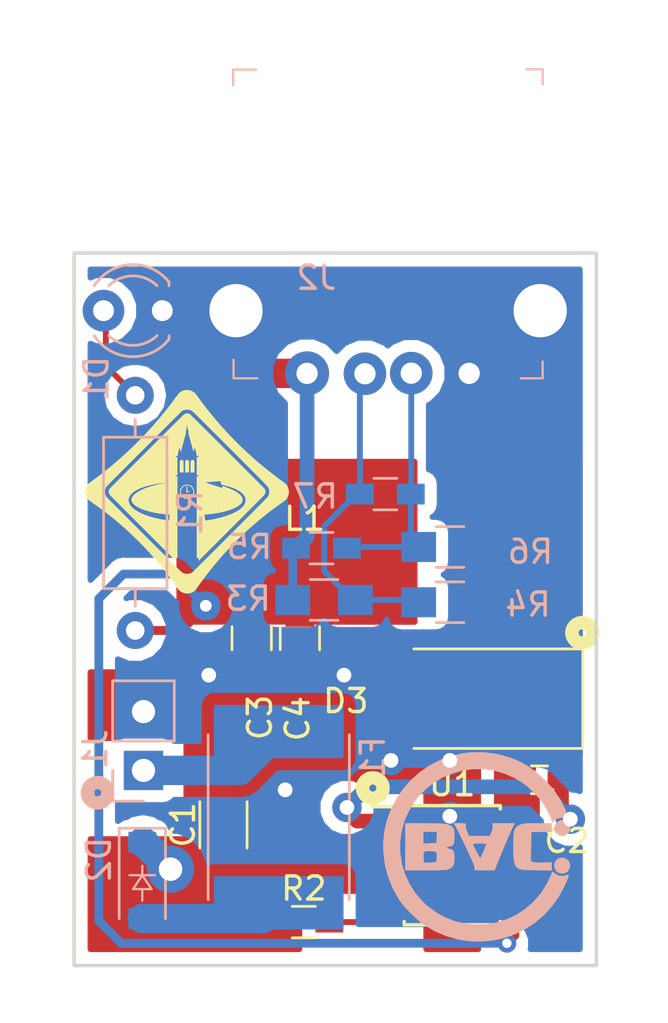
<source format=kicad_pcb>
(kicad_pcb (version 20171130) (host pcbnew "(5.0.0-3-g5ebb6b6)")

  (general
    (thickness 1.5748)
    (drawings 8)
    (tracks 73)
    (zones 0)
    (modules 21)
    (nets 13)
  )

  (page A4)
  (layers
    (0 F.Cu signal)
    (31 B.Cu signal)
    (32 B.Adhes user)
    (33 F.Adhes user)
    (34 B.Paste user)
    (35 F.Paste user)
    (36 B.SilkS user)
    (37 F.SilkS user)
    (38 B.Mask user)
    (39 F.Mask user)
    (40 Dwgs.User user hide)
    (41 Cmts.User user hide)
    (42 Eco1.User user)
    (43 Eco2.User user)
    (44 Edge.Cuts user)
    (45 Margin user)
    (46 B.CrtYd user)
    (47 F.CrtYd user)
    (48 B.Fab user)
    (49 F.Fab user)
  )

  (setup
    (last_trace_width 0.254)
    (trace_clearance 0.1524)
    (zone_clearance 0.508)
    (zone_45_only no)
    (trace_min 0.1524)
    (segment_width 0.2)
    (edge_width 0.15)
    (via_size 0.5588)
    (via_drill 0.254)
    (via_min_size 0.5588)
    (via_min_drill 0.254)
    (uvia_size 0.5588)
    (uvia_drill 0.254)
    (uvias_allowed no)
    (uvia_min_size 0.2)
    (uvia_min_drill 0.1)
    (pcb_text_width 0.3)
    (pcb_text_size 1.5 1.5)
    (mod_edge_width 0.15)
    (mod_text_size 1 1)
    (mod_text_width 0.15)
    (pad_size 0.83 0.83)
    (pad_drill 0.5)
    (pad_to_mask_clearance 0.2)
    (aux_axis_origin 0 0)
    (visible_elements FFFFFF7F)
    (pcbplotparams
      (layerselection 0x010fc_ffffffff)
      (usegerberextensions false)
      (usegerberattributes false)
      (usegerberadvancedattributes false)
      (creategerberjobfile false)
      (excludeedgelayer true)
      (linewidth 0.100000)
      (plotframeref false)
      (viasonmask false)
      (mode 1)
      (useauxorigin false)
      (hpglpennumber 1)
      (hpglpenspeed 20)
      (hpglpendiameter 15.000000)
      (psnegative false)
      (psa4output false)
      (plotreference true)
      (plotvalue true)
      (plotinvisibletext false)
      (padsonsilk false)
      (subtractmaskfromsilk false)
      (outputformat 1)
      (mirror false)
      (drillshape 0)
      (scaleselection 1)
      (outputdirectory "gerbers/"))
  )

  (net 0 "")
  (net 1 VBUS)
  (net 2 "Net-(D1-Pad2)")
  (net 3 /D-)
  (net 4 EPAD)
  (net 5 /D+)
  (net 6 "Net-(R2-Pad2)")
  (net 7 /reg_in)
  (net 8 "Net-(F1-Pad2)")
  (net 9 "Net-(U1-Pad6)")
  (net 10 "Net-(C2-Pad1)")
  (net 11 "Net-(D2-Pad2)")
  (net 12 /SWN)

  (net_class Default "This is the default net class."
    (clearance 0.1524)
    (trace_width 0.254)
    (via_dia 0.5588)
    (via_drill 0.254)
    (uvia_dia 0.5588)
    (uvia_drill 0.254)
    (diff_pair_gap 0.254)
    (diff_pair_width 0.254)
    (add_net /D+)
    (add_net /D-)
    (add_net "Net-(D1-Pad2)")
    (add_net "Net-(R2-Pad2)")
    (add_net "Net-(U1-Pad6)")
  )

  (net_class Power ""
    (clearance 0.1524)
    (trace_width 0.635)
    (via_dia 1.27)
    (via_drill 0.635)
    (uvia_dia 0.5588)
    (uvia_drill 0.254)
    (diff_pair_gap 0.254)
    (diff_pair_width 0.254)
    (add_net /SWN)
    (add_net /reg_in)
    (add_net EPAD)
    (add_net "Net-(C2-Pad1)")
    (add_net "Net-(D2-Pad2)")
    (add_net "Net-(F1-Pad2)")
    (add_net VBUS)
  )

  (module Pin_Headers:Pin_Header_Straight_1x02_Pitch2.54mm (layer B.Cu) (tedit 59650532) (tstamp 5BA1976C)
    (at 90.5256 75.9968)
    (descr "Through hole straight pin header, 1x02, 2.54mm pitch, single row")
    (tags "Through hole pin header THT 1x02 2.54mm single row")
    (path /5B8948D4)
    (fp_text reference J1 (at -2.0828 -0.9144 90) (layer B.SilkS)
      (effects (font (size 1 1) (thickness 0.15)) (justify mirror))
    )
    (fp_text value Conn_01x02 (at 0 -4.87) (layer B.Fab)
      (effects (font (size 1 1) (thickness 0.15)) (justify mirror))
    )
    (fp_text user %R (at 0 -1.27 -90) (layer B.Fab)
      (effects (font (size 1 1) (thickness 0.15)) (justify mirror))
    )
    (fp_line (start 1.8 1.8) (end -1.8 1.8) (layer B.CrtYd) (width 0.05))
    (fp_line (start 1.8 -4.35) (end 1.8 1.8) (layer B.CrtYd) (width 0.05))
    (fp_line (start -1.8 -4.35) (end 1.8 -4.35) (layer B.CrtYd) (width 0.05))
    (fp_line (start -1.8 1.8) (end -1.8 -4.35) (layer B.CrtYd) (width 0.05))
    (fp_line (start -1.33 1.33) (end 0 1.33) (layer B.SilkS) (width 0.12))
    (fp_line (start -1.33 0) (end -1.33 1.33) (layer B.SilkS) (width 0.12))
    (fp_line (start -1.33 -1.27) (end 1.33 -1.27) (layer B.SilkS) (width 0.12))
    (fp_line (start 1.33 -1.27) (end 1.33 -3.87) (layer B.SilkS) (width 0.12))
    (fp_line (start -1.33 -1.27) (end -1.33 -3.87) (layer B.SilkS) (width 0.12))
    (fp_line (start -1.33 -3.87) (end 1.33 -3.87) (layer B.SilkS) (width 0.12))
    (fp_line (start -1.27 0.635) (end -0.635 1.27) (layer B.Fab) (width 0.1))
    (fp_line (start -1.27 -3.81) (end -1.27 0.635) (layer B.Fab) (width 0.1))
    (fp_line (start 1.27 -3.81) (end -1.27 -3.81) (layer B.Fab) (width 0.1))
    (fp_line (start 1.27 1.27) (end 1.27 -3.81) (layer B.Fab) (width 0.1))
    (fp_line (start -0.635 1.27) (end 1.27 1.27) (layer B.Fab) (width 0.1))
    (pad 2 thru_hole oval (at 0 -2.54) (size 1.7 1.7) (drill 1) (layers *.Cu *.Mask)
      (net 4 EPAD))
    (pad 1 thru_hole rect (at 0 0) (size 1.7 1.7) (drill 1) (layers *.Cu *.Mask)
      (net 8 "Net-(F1-Pad2)"))
    (model ${KISYS3DMOD}/Pin_Headers.3dshapes/Pin_Header_Straight_1x02_Pitch2.54mm.wrl
      (at (xyz 0 0 0))
      (scale (xyz 1 1 1))
      (rotate (xyz 0 0 0))
    )
  )

  (module Resistor_THT:R_Axial_DIN0207_L6.3mm_D2.5mm_P10.16mm_Horizontal (layer B.Cu) (tedit 5AE5139B) (tstamp 5BA1E261)
    (at 90.17 69.9516 90)
    (descr "Resistor, Axial_DIN0207 series, Axial, Horizontal, pin pitch=10.16mm, 0.25W = 1/4W, length*diameter=6.3*2.5mm^2, http://cdn-reichelt.de/documents/datenblatt/B400/1_4W%23YAG.pdf")
    (tags "Resistor Axial_DIN0207 series Axial Horizontal pin pitch 10.16mm 0.25W = 1/4W length 6.3mm diameter 2.5mm")
    (path /5BA4F07C)
    (fp_text reference R1 (at 5.08 2.37 90) (layer B.SilkS)
      (effects (font (size 1 1) (thickness 0.15)) (justify mirror))
    )
    (fp_text value 300R (at 5.08 -2.37 90) (layer B.Fab)
      (effects (font (size 1 1) (thickness 0.15)) (justify mirror))
    )
    (fp_line (start 1.93 1.25) (end 1.93 -1.25) (layer B.Fab) (width 0.1))
    (fp_line (start 1.93 -1.25) (end 8.23 -1.25) (layer B.Fab) (width 0.1))
    (fp_line (start 8.23 -1.25) (end 8.23 1.25) (layer B.Fab) (width 0.1))
    (fp_line (start 8.23 1.25) (end 1.93 1.25) (layer B.Fab) (width 0.1))
    (fp_line (start 0 0) (end 1.93 0) (layer B.Fab) (width 0.1))
    (fp_line (start 10.16 0) (end 8.23 0) (layer B.Fab) (width 0.1))
    (fp_line (start 1.81 1.37) (end 1.81 -1.37) (layer B.SilkS) (width 0.12))
    (fp_line (start 1.81 -1.37) (end 8.35 -1.37) (layer B.SilkS) (width 0.12))
    (fp_line (start 8.35 -1.37) (end 8.35 1.37) (layer B.SilkS) (width 0.12))
    (fp_line (start 8.35 1.37) (end 1.81 1.37) (layer B.SilkS) (width 0.12))
    (fp_line (start 1.04 0) (end 1.81 0) (layer B.SilkS) (width 0.12))
    (fp_line (start 9.12 0) (end 8.35 0) (layer B.SilkS) (width 0.12))
    (fp_line (start -1.05 1.5) (end -1.05 -1.5) (layer B.CrtYd) (width 0.05))
    (fp_line (start -1.05 -1.5) (end 11.21 -1.5) (layer B.CrtYd) (width 0.05))
    (fp_line (start 11.21 -1.5) (end 11.21 1.5) (layer B.CrtYd) (width 0.05))
    (fp_line (start 11.21 1.5) (end -1.05 1.5) (layer B.CrtYd) (width 0.05))
    (fp_text user %R (at 5.08 0 90) (layer B.Fab)
      (effects (font (size 1 1) (thickness 0.15)) (justify mirror))
    )
    (pad 1 thru_hole circle (at 0 0 90) (size 1.6 1.6) (drill 0.8) (layers *.Cu *.Mask)
      (net 1 VBUS))
    (pad 2 thru_hole oval (at 10.16 0 90) (size 1.6 1.6) (drill 0.8) (layers *.Cu *.Mask)
      (net 2 "Net-(D1-Pad2)"))
    (model ${KISYS3DMOD}/Resistor_THT.3dshapes/R_Axial_DIN0207_L6.3mm_D2.5mm_P10.16mm_Horizontal.wrl
      (at (xyz 0 0 0))
      (scale (xyz 1 1 1))
      (rotate (xyz 0 0 0))
    )
  )

  (module phone_charger:D_SOD-123 (layer B.Cu) (tedit 5BA17D13) (tstamp 5BA1A557)
    (at 90.4748 80.7476 270)
    (descr SOD-123)
    (tags SOD-123)
    (path /5BA3B056)
    (attr smd)
    (fp_text reference D2 (at -0.89 1.8796 270) (layer B.SilkS)
      (effects (font (size 1 1) (thickness 0.15)) (justify mirror))
    )
    (fp_text value D_Schottky (at 0 -2.1 270) (layer B.Fab)
      (effects (font (size 1 1) (thickness 0.15)) (justify mirror))
    )
    (fp_text user %R (at 0 2 270) (layer B.Fab)
      (effects (font (size 1 1) (thickness 0.15)) (justify mirror))
    )
    (fp_line (start -2.25 1) (end -2.25 -1) (layer B.SilkS) (width 0.12))
    (fp_line (start 0.25 0) (end 0.75 0) (layer B.Fab) (width 0.1))
    (fp_line (start 0.25 -0.4) (end -0.35 0) (layer B.Fab) (width 0.1))
    (fp_line (start 0.25 0.4) (end 0.25 -0.4) (layer B.Fab) (width 0.1))
    (fp_line (start -0.35 0) (end 0.25 0.4) (layer B.Fab) (width 0.1))
    (fp_line (start -0.35 0) (end -0.35 -0.55) (layer B.Fab) (width 0.1))
    (fp_line (start -0.35 0) (end -0.35 0.55) (layer B.Fab) (width 0.1))
    (fp_line (start -0.75 0) (end -0.35 0) (layer B.Fab) (width 0.1))
    (fp_line (start -1.4 -0.9) (end -1.4 0.9) (layer B.Fab) (width 0.1))
    (fp_line (start 1.4 -0.9) (end -1.4 -0.9) (layer B.Fab) (width 0.1))
    (fp_line (start 1.4 0.9) (end 1.4 -0.9) (layer B.Fab) (width 0.1))
    (fp_line (start -1.4 0.9) (end 1.4 0.9) (layer B.Fab) (width 0.1))
    (fp_line (start -2.35 1.15) (end 2.35 1.15) (layer B.CrtYd) (width 0.05))
    (fp_line (start 2.35 1.15) (end 2.35 -1.15) (layer B.CrtYd) (width 0.05))
    (fp_line (start 2.35 -1.15) (end -2.35 -1.15) (layer B.CrtYd) (width 0.05))
    (fp_line (start -2.35 1.15) (end -2.35 -1.15) (layer B.CrtYd) (width 0.05))
    (fp_line (start -2.25 -1) (end 1.65 -1) (layer B.SilkS) (width 0.12))
    (fp_line (start -2.25 1) (end 1.65 1) (layer B.SilkS) (width 0.12))
    (fp_line (start 0.377 0) (end 0.877 0) (layer B.SilkS) (width 0.1))
    (fp_line (start 0.377 -0.4) (end -0.223 0) (layer B.SilkS) (width 0.1))
    (fp_line (start 0.377 0.4) (end 0.377 -0.4) (layer B.SilkS) (width 0.1))
    (fp_line (start -0.223 0) (end 0.377 0.4) (layer B.SilkS) (width 0.1))
    (fp_line (start -0.223 0) (end -0.223 -0.55) (layer B.SilkS) (width 0.1))
    (fp_line (start -0.223 0) (end -0.223 0.55) (layer B.SilkS) (width 0.1))
    (fp_line (start -0.623 0) (end -0.223 0) (layer B.SilkS) (width 0.1))
    (pad 1 smd rect (at -1.65 0 270) (size 0.9 1.2) (layers B.Cu B.Paste B.Mask)
      (net 7 /reg_in))
    (pad 2 smd rect (at 1.65 0 270) (size 0.9 1.2) (layers B.Cu B.Paste B.Mask)
      (net 11 "Net-(D2-Pad2)"))
    (model ${KISYS3DMOD}/Diodes_SMD.3dshapes/D_SOD-123.wrl
      (at (xyz 0 0 0))
      (scale (xyz 1 1 1))
      (rotate (xyz 0 0 0))
    )
  )

  (module phone_charger:USB_A_Female_SS-52100-001 (layer B.Cu) (tedit 5BA1711B) (tstamp 5BA16C63)
    (at 101.092 56.134)
    (path /5B88DA27)
    (fp_text reference J2 (at -3.0988 -1.4224) (layer B.SilkS)
      (effects (font (size 1 1) (thickness 0.15)) (justify mirror))
    )
    (fp_text value UE27AC54100 (at -0.254 -12.573) (layer B.Fab)
      (effects (font (size 1 1) (thickness 0.15)) (justify mirror))
    )
    (fp_line (start -6.55 2.81) (end 6.55 2.81) (layer B.Fab) (width 0.1))
    (fp_line (start 6.55 2.81) (end 6.55 -10.28) (layer B.Fab) (width 0.1))
    (fp_line (start -6.55 2.81) (end -6.55 -10.28) (layer B.Fab) (width 0.1))
    (fp_line (start -6.55 -10.28) (end 6.55 -10.28) (layer B.Fab) (width 0.1))
    (fp_line (start 6.675 2.925) (end 6.675 2.2) (layer B.SilkS) (width 0.1))
    (fp_line (start 5.725 2.925) (end 6.675 2.925) (layer B.SilkS) (width 0.1))
    (fp_line (start -6.675 2.925) (end -6.675 2.125) (layer B.SilkS) (width 0.1))
    (fp_line (start -5.65 2.925) (end -6.675 2.925) (layer B.SilkS) (width 0.1))
    (fp_line (start 6.675 -10.425) (end 5.975 -10.425) (layer B.SilkS) (width 0.1))
    (fp_line (start 6.675 -9.775) (end 6.675 -10.425) (layer B.SilkS) (width 0.1))
    (fp_line (start -6.69 -10.414) (end -6.69 -9.739) (layer B.SilkS) (width 0.1))
    (fp_line (start -5.715 -10.414) (end -6.69 -10.414) (layer B.SilkS) (width 0.1))
    (fp_line (start -8.45 3.94) (end 8.45 3.94) (layer B.CrtYd) (width 0.05))
    (fp_line (start 8.45 3.94) (end 8.45 -10.668) (layer B.CrtYd) (width 0.05))
    (fp_line (start -8.45 3.94) (end -8.45 -10.668) (layer B.CrtYd) (width 0.05))
    (fp_line (start -8.45 -10.668) (end 8.45 -10.668) (layer B.CrtYd) (width 0.05))
    (fp_text user %R (at -0.025 -0.975) (layer B.Fab)
      (effects (font (size 1 1) (thickness 0.15)) (justify mirror))
    )
    (pad 4 thru_hole circle (at 3.5 2.71) (size 1.9 1.9) (drill 0.92) (layers *.Cu *.Mask)
      (net 4 EPAD))
    (pad 3 thru_hole circle (at 1 2.7) (size 1.84 1.84) (drill 0.92) (layers *.Cu *.Mask)
      (net 5 /D+))
    (pad 2 thru_hole circle (at -1 2.725) (size 1.84 1.84) (drill 0.92) (layers *.Cu *.Mask)
      (net 3 /D-))
    (pad 1 thru_hole circle (at -3.5 2.71) (size 1.9 1.9) (drill 0.92) (layers *.Cu *.Mask)
      (net 1 VBUS))
    (pad SH thru_hole circle (at 6.57 0) (size 3.3 3.3) (drill 2.3) (layers *.Cu *.Mask)
      (net 4 EPAD))
    (pad SH thru_hole circle (at -6.57 0) (size 3.3 3.3) (drill 2.3) (layers *.Cu *.Mask)
      (net 4 EPAD))
  )

  (module Housings_SOIC:SOIC-8-1EP_3.9x4.9mm_Pitch1.27mm (layer F.Cu) (tedit 58CC8F64) (tstamp 5BA02153)
    (at 103.863001 80.092001)
    (descr "8-Lead Thermally Enhanced Plastic Small Outline (SE) - Narrow, 3.90 mm Body [SOIC] (see Microchip Packaging Specification 00000049BS.pdf)")
    (tags "SOIC 1.27")
    (path /5B9E8B43)
    (attr smd)
    (fp_text reference U1 (at 0 -3.5) (layer F.SilkS)
      (effects (font (size 1 1) (thickness 0.15)))
    )
    (fp_text value ADP2302 (at 0 3.5) (layer F.Fab)
      (effects (font (size 1 1) (thickness 0.15)))
    )
    (fp_text user %R (at 0 0) (layer F.Fab)
      (effects (font (size 0.9 0.9) (thickness 0.135)))
    )
    (fp_line (start -0.95 -2.45) (end 1.95 -2.45) (layer F.Fab) (width 0.15))
    (fp_line (start 1.95 -2.45) (end 1.95 2.45) (layer F.Fab) (width 0.15))
    (fp_line (start 1.95 2.45) (end -1.95 2.45) (layer F.Fab) (width 0.15))
    (fp_line (start -1.95 2.45) (end -1.95 -1.45) (layer F.Fab) (width 0.15))
    (fp_line (start -1.95 -1.45) (end -0.95 -2.45) (layer F.Fab) (width 0.15))
    (fp_line (start -3.75 -2.75) (end -3.75 2.75) (layer F.CrtYd) (width 0.05))
    (fp_line (start 3.75 -2.75) (end 3.75 2.75) (layer F.CrtYd) (width 0.05))
    (fp_line (start -3.75 -2.75) (end 3.75 -2.75) (layer F.CrtYd) (width 0.05))
    (fp_line (start -3.75 2.75) (end 3.75 2.75) (layer F.CrtYd) (width 0.05))
    (fp_line (start -2.075 -2.575) (end -2.075 -2.525) (layer F.SilkS) (width 0.15))
    (fp_line (start 2.075 -2.575) (end 2.075 -2.43) (layer F.SilkS) (width 0.15))
    (fp_line (start 2.075 2.575) (end 2.075 2.43) (layer F.SilkS) (width 0.15))
    (fp_line (start -2.075 2.575) (end -2.075 2.43) (layer F.SilkS) (width 0.15))
    (fp_line (start -2.075 -2.575) (end 2.075 -2.575) (layer F.SilkS) (width 0.15))
    (fp_line (start -2.075 2.575) (end 2.075 2.575) (layer F.SilkS) (width 0.15))
    (fp_line (start -2.075 -2.525) (end -3.475 -2.525) (layer F.SilkS) (width 0.15))
    (pad 1 smd rect (at -2.7 -1.905) (size 1.55 0.6) (layers F.Cu F.Paste F.Mask)
      (net 10 "Net-(C2-Pad1)"))
    (pad 2 smd rect (at -2.7 -0.635) (size 1.55 0.6) (layers F.Cu F.Paste F.Mask)
      (net 7 /reg_in))
    (pad 3 smd rect (at -2.7 0.635) (size 1.55 0.6) (layers F.Cu F.Paste F.Mask)
      (net 7 /reg_in))
    (pad 4 smd rect (at -2.7 1.905) (size 1.55 0.6) (layers F.Cu F.Paste F.Mask)
      (net 6 "Net-(R2-Pad2)"))
    (pad 5 smd rect (at 2.7 1.905) (size 1.55 0.6) (layers F.Cu F.Paste F.Mask)
      (net 1 VBUS))
    (pad 6 smd rect (at 2.7 0.635) (size 1.55 0.6) (layers F.Cu F.Paste F.Mask)
      (net 9 "Net-(U1-Pad6)"))
    (pad 7 smd rect (at 2.7 -0.635) (size 1.55 0.6) (layers F.Cu F.Paste F.Mask)
      (net 4 EPAD))
    (pad 8 smd rect (at 2.7 -1.905) (size 1.55 0.6) (layers F.Cu F.Paste F.Mask)
      (net 12 /SWN))
    (pad 9 smd rect (at 0.5875 0.5875) (size 1.175 1.175) (layers F.Cu F.Paste F.Mask)
      (net 4 EPAD) (solder_paste_margin_ratio -0.2))
    (pad 9 smd rect (at 0.5875 -0.5875) (size 1.175 1.175) (layers F.Cu F.Paste F.Mask)
      (net 4 EPAD) (solder_paste_margin_ratio -0.2))
    (pad 9 smd rect (at -0.5875 0.5875) (size 1.175 1.175) (layers F.Cu F.Paste F.Mask)
      (net 4 EPAD) (solder_paste_margin_ratio -0.2))
    (pad 9 smd rect (at -0.5875 -0.5875) (size 1.175 1.175) (layers F.Cu F.Paste F.Mask)
      (net 4 EPAD) (solder_paste_margin_ratio -0.2))
    (model ${KISYS3DMOD}/Housings_SOIC.3dshapes/SOIC-8-1EP_3.9x4.9mm_Pitch1.27mm.wrl
      (at (xyz 0 0 0))
      (scale (xyz 1 1 1))
      (rotate (xyz 0 0 0))
    )
  )

  (module Capacitors_SMD:C_0603_HandSoldering (layer F.Cu) (tedit 58AA848B) (tstamp 5BA19469)
    (at 107.63 76.4032 180)
    (descr "Capacitor SMD 0603, hand soldering")
    (tags "capacitor 0603")
    (path /5B86257D)
    (attr smd)
    (fp_text reference C2 (at -1.1836 -2.6416 180) (layer F.SilkS)
      (effects (font (size 1 1) (thickness 0.15)))
    )
    (fp_text value "0.1u (6.3V)" (at 0 1.5 180) (layer F.Fab)
      (effects (font (size 1 1) (thickness 0.15)))
    )
    (fp_text user %R (at 0 -1.25 180) (layer F.Fab)
      (effects (font (size 1 1) (thickness 0.15)))
    )
    (fp_line (start -0.8 0.4) (end -0.8 -0.4) (layer F.Fab) (width 0.1))
    (fp_line (start 0.8 0.4) (end -0.8 0.4) (layer F.Fab) (width 0.1))
    (fp_line (start 0.8 -0.4) (end 0.8 0.4) (layer F.Fab) (width 0.1))
    (fp_line (start -0.8 -0.4) (end 0.8 -0.4) (layer F.Fab) (width 0.1))
    (fp_line (start -0.35 -0.6) (end 0.35 -0.6) (layer F.SilkS) (width 0.12))
    (fp_line (start 0.35 0.6) (end -0.35 0.6) (layer F.SilkS) (width 0.12))
    (fp_line (start -1.8 -0.65) (end 1.8 -0.65) (layer F.CrtYd) (width 0.05))
    (fp_line (start -1.8 -0.65) (end -1.8 0.65) (layer F.CrtYd) (width 0.05))
    (fp_line (start 1.8 0.65) (end 1.8 -0.65) (layer F.CrtYd) (width 0.05))
    (fp_line (start 1.8 0.65) (end -1.8 0.65) (layer F.CrtYd) (width 0.05))
    (pad 1 smd rect (at -0.95 0 180) (size 1.2 0.75) (layers F.Cu F.Paste F.Mask)
      (net 10 "Net-(C2-Pad1)"))
    (pad 2 smd rect (at 0.95 0 180) (size 1.2 0.75) (layers F.Cu F.Paste F.Mask)
      (net 12 /SWN))
    (model Capacitors_SMD.3dshapes/C_0603.wrl
      (at (xyz 0 0 0))
      (scale (xyz 1 1 1))
      (rotate (xyz 0 0 0))
    )
  )

  (module Capacitors_SMD:C_0805_HandSoldering (layer F.Cu) (tedit 58AA84A8) (tstamp 5BA1950D)
    (at 97.282 70.2872 270)
    (descr "Capacitor SMD 0805, hand soldering")
    (tags "capacitor 0805")
    (path /5B85F280)
    (attr smd)
    (fp_text reference C4 (at 3.4744 0.1016 270) (layer F.SilkS)
      (effects (font (size 1 1) (thickness 0.15)))
    )
    (fp_text value "22u (16V)" (at 0 1.75 270) (layer F.Fab)
      (effects (font (size 1 1) (thickness 0.15)))
    )
    (fp_text user %R (at 0 -1.75 270) (layer F.Fab)
      (effects (font (size 1 1) (thickness 0.15)))
    )
    (fp_line (start -1 0.62) (end -1 -0.62) (layer F.Fab) (width 0.1))
    (fp_line (start 1 0.62) (end -1 0.62) (layer F.Fab) (width 0.1))
    (fp_line (start 1 -0.62) (end 1 0.62) (layer F.Fab) (width 0.1))
    (fp_line (start -1 -0.62) (end 1 -0.62) (layer F.Fab) (width 0.1))
    (fp_line (start 0.5 -0.85) (end -0.5 -0.85) (layer F.SilkS) (width 0.12))
    (fp_line (start -0.5 0.85) (end 0.5 0.85) (layer F.SilkS) (width 0.12))
    (fp_line (start -2.25 -0.88) (end 2.25 -0.88) (layer F.CrtYd) (width 0.05))
    (fp_line (start -2.25 -0.88) (end -2.25 0.87) (layer F.CrtYd) (width 0.05))
    (fp_line (start 2.25 0.87) (end 2.25 -0.88) (layer F.CrtYd) (width 0.05))
    (fp_line (start 2.25 0.87) (end -2.25 0.87) (layer F.CrtYd) (width 0.05))
    (pad 1 smd rect (at -1.25 0 270) (size 1.5 1.25) (layers F.Cu F.Paste F.Mask)
      (net 1 VBUS))
    (pad 2 smd rect (at 1.25 0 270) (size 1.5 1.25) (layers F.Cu F.Paste F.Mask)
      (net 4 EPAD))
    (model Capacitors_SMD.3dshapes/C_0805.wrl
      (at (xyz 0 0 0))
      (scale (xyz 1 1 1))
      (rotate (xyz 0 0 0))
    )
  )

  (module Capacitors_SMD:C_0805_HandSoldering (layer F.Cu) (tedit 58AA84A8) (tstamp 5BA1956E)
    (at 95.1992 70.2872 270)
    (descr "Capacitor SMD 0805, hand soldering")
    (tags "capacitor 0805")
    (path /5BA0CE0C)
    (attr smd)
    (fp_text reference C3 (at 3.4236 -0.3556 270) (layer F.SilkS)
      (effects (font (size 1 1) (thickness 0.15)))
    )
    (fp_text value "22u (16V)" (at 0 1.75 270) (layer F.Fab)
      (effects (font (size 1 1) (thickness 0.15)))
    )
    (fp_text user %R (at 0 -1.75 270) (layer F.Fab)
      (effects (font (size 1 1) (thickness 0.15)))
    )
    (fp_line (start -1 0.62) (end -1 -0.62) (layer F.Fab) (width 0.1))
    (fp_line (start 1 0.62) (end -1 0.62) (layer F.Fab) (width 0.1))
    (fp_line (start 1 -0.62) (end 1 0.62) (layer F.Fab) (width 0.1))
    (fp_line (start -1 -0.62) (end 1 -0.62) (layer F.Fab) (width 0.1))
    (fp_line (start 0.5 -0.85) (end -0.5 -0.85) (layer F.SilkS) (width 0.12))
    (fp_line (start -0.5 0.85) (end 0.5 0.85) (layer F.SilkS) (width 0.12))
    (fp_line (start -2.25 -0.88) (end 2.25 -0.88) (layer F.CrtYd) (width 0.05))
    (fp_line (start -2.25 -0.88) (end -2.25 0.87) (layer F.CrtYd) (width 0.05))
    (fp_line (start 2.25 0.87) (end 2.25 -0.88) (layer F.CrtYd) (width 0.05))
    (fp_line (start 2.25 0.87) (end -2.25 0.87) (layer F.CrtYd) (width 0.05))
    (pad 1 smd rect (at -1.25 0 270) (size 1.5 1.25) (layers F.Cu F.Paste F.Mask)
      (net 1 VBUS))
    (pad 2 smd rect (at 1.25 0 270) (size 1.5 1.25) (layers F.Cu F.Paste F.Mask)
      (net 4 EPAD))
    (model Capacitors_SMD.3dshapes/C_0805.wrl
      (at (xyz 0 0 0))
      (scale (xyz 1 1 1))
      (rotate (xyz 0 0 0))
    )
  )

  (module Capacitors_SMD:C_1206_HandSoldering (layer F.Cu) (tedit 58AA84D1) (tstamp 5BA01BA2)
    (at 93.98 78.3524 90)
    (descr "Capacitor SMD 1206, hand soldering")
    (tags "capacitor 1206")
    (path /5B8626AF)
    (attr smd)
    (fp_text reference C1 (at 0 -1.75 90) (layer F.SilkS)
      (effects (font (size 1 1) (thickness 0.15)))
    )
    (fp_text value "10u (25V)" (at 0 2 180) (layer F.Fab)
      (effects (font (size 1 1) (thickness 0.15)))
    )
    (fp_text user %R (at 0 -1.75 90) (layer F.Fab)
      (effects (font (size 1 1) (thickness 0.15)))
    )
    (fp_line (start -1.6 0.8) (end -1.6 -0.8) (layer F.Fab) (width 0.1))
    (fp_line (start 1.6 0.8) (end -1.6 0.8) (layer F.Fab) (width 0.1))
    (fp_line (start 1.6 -0.8) (end 1.6 0.8) (layer F.Fab) (width 0.1))
    (fp_line (start -1.6 -0.8) (end 1.6 -0.8) (layer F.Fab) (width 0.1))
    (fp_line (start 1 -1.02) (end -1 -1.02) (layer F.SilkS) (width 0.12))
    (fp_line (start -1 1.02) (end 1 1.02) (layer F.SilkS) (width 0.12))
    (fp_line (start -3.25 -1.05) (end 3.25 -1.05) (layer F.CrtYd) (width 0.05))
    (fp_line (start -3.25 -1.05) (end -3.25 1.05) (layer F.CrtYd) (width 0.05))
    (fp_line (start 3.25 1.05) (end 3.25 -1.05) (layer F.CrtYd) (width 0.05))
    (fp_line (start 3.25 1.05) (end -3.25 1.05) (layer F.CrtYd) (width 0.05))
    (pad 1 smd rect (at -2 0 90) (size 2 1.6) (layers F.Cu F.Paste F.Mask)
      (net 7 /reg_in))
    (pad 2 smd rect (at 2 0 90) (size 2 1.6) (layers F.Cu F.Paste F.Mask)
      (net 4 EPAD))
    (model Capacitors_SMD.3dshapes/C_1206.wrl
      (at (xyz 0 0 0))
      (scale (xyz 1 1 1))
      (rotate (xyz 0 0 0))
    )
  )

  (module Diodes_SMD:D_SMB_Handsoldering (layer F.Cu) (tedit 590B3D55) (tstamp 5BA1A3A1)
    (at 104.902 72.898 180)
    (descr "Diode SMB (DO-214AA) Handsoldering")
    (tags "Diode SMB (DO-214AA) Handsoldering")
    (path /5B861A87)
    (attr smd)
    (fp_text reference D3 (at 5.6388 -0.1016 180) (layer F.SilkS)
      (effects (font (size 1 1) (thickness 0.15)))
    )
    (fp_text value B330B (at 0 3 270) (layer F.Fab)
      (effects (font (size 1 1) (thickness 0.15)))
    )
    (fp_text user %R (at 0 -3 180) (layer F.Fab)
      (effects (font (size 1 1) (thickness 0.15)))
    )
    (fp_line (start -4.6 -2.15) (end -4.6 2.15) (layer F.SilkS) (width 0.12))
    (fp_line (start 2.3 2) (end -2.3 2) (layer F.Fab) (width 0.1))
    (fp_line (start -2.3 2) (end -2.3 -2) (layer F.Fab) (width 0.1))
    (fp_line (start 2.3 -2) (end 2.3 2) (layer F.Fab) (width 0.1))
    (fp_line (start 2.3 -2) (end -2.3 -2) (layer F.Fab) (width 0.1))
    (fp_line (start -4.7 -2.25) (end 4.7 -2.25) (layer F.CrtYd) (width 0.05))
    (fp_line (start 4.7 -2.25) (end 4.7 2.25) (layer F.CrtYd) (width 0.05))
    (fp_line (start 4.7 2.25) (end -4.7 2.25) (layer F.CrtYd) (width 0.05))
    (fp_line (start -4.7 2.25) (end -4.7 -2.25) (layer F.CrtYd) (width 0.05))
    (fp_line (start -0.64944 0.00102) (end -1.55114 0.00102) (layer F.Fab) (width 0.1))
    (fp_line (start 0.50118 0.00102) (end 1.4994 0.00102) (layer F.Fab) (width 0.1))
    (fp_line (start -0.64944 -0.79908) (end -0.64944 0.80112) (layer F.Fab) (width 0.1))
    (fp_line (start 0.50118 0.75032) (end 0.50118 -0.79908) (layer F.Fab) (width 0.1))
    (fp_line (start -0.64944 0.00102) (end 0.50118 0.75032) (layer F.Fab) (width 0.1))
    (fp_line (start -0.64944 0.00102) (end 0.50118 -0.79908) (layer F.Fab) (width 0.1))
    (fp_line (start -4.6 2.15) (end 2.7 2.15) (layer F.SilkS) (width 0.12))
    (fp_line (start -4.6 -2.15) (end 2.7 -2.15) (layer F.SilkS) (width 0.12))
    (pad 1 smd rect (at -2.7 0 180) (size 3.5 2.3) (layers F.Cu F.Paste F.Mask)
      (net 12 /SWN))
    (pad 2 smd rect (at 2.7 0 180) (size 3.5 2.3) (layers F.Cu F.Paste F.Mask)
      (net 4 EPAD))
    (model ${KISYS3DMOD}/Diodes_SMD.3dshapes/D_SMB.wrl
      (at (xyz 0 0 0))
      (scale (xyz 1 1 1))
      (rotate (xyz 0 0 0))
    )
  )

  (module Fuse_Holders_and_Fuses:Fuse_SMD2920 (layer B.Cu) (tedit 5880C1DB) (tstamp 5BA01B60)
    (at 96.3676 78.0204 90)
    (descr "Fuse, 2920 chip size")
    (tags "Fuse SMD2920")
    (path /5B8946FD)
    (attr smd)
    (fp_text reference F1 (at 2.5824 4.064 90) (layer B.SilkS)
      (effects (font (size 1 1) (thickness 0.15)) (justify mirror))
    )
    (fp_text value Polyfuse (at 0 -4.38 90) (layer B.Fab)
      (effects (font (size 1 1) (thickness 0.15)) (justify mirror))
    )
    (fp_line (start -3.7 2.55) (end 3.7 2.55) (layer B.Fab) (width 0.1))
    (fp_line (start 3.7 2.55) (end 3.7 -2.55) (layer B.Fab) (width 0.1))
    (fp_line (start 3.7 -2.55) (end -3.7 -2.55) (layer B.Fab) (width 0.1))
    (fp_line (start -3.7 -2.55) (end -3.7 2.55) (layer B.Fab) (width 0.1))
    (fp_line (start 5.1 3.3) (end 5.1 -3.3) (layer B.CrtYd) (width 0.05))
    (fp_line (start -5.1 3.3) (end -5.1 -3.3) (layer B.CrtYd) (width 0.05))
    (fp_line (start -5.1 -3.3) (end 5.1 -3.3) (layer B.CrtYd) (width 0.05))
    (fp_line (start -5.1 3.3) (end 5.1 3.3) (layer B.CrtYd) (width 0.05))
    (fp_line (start -3.56 3.05) (end 3.56 3.05) (layer B.SilkS) (width 0.12))
    (fp_line (start -3.56 -3.05) (end 3.56 -3.05) (layer B.SilkS) (width 0.12))
    (pad 1 smd rect (at -3.7 0) (size 5.6 2.3) (layers B.Cu B.Paste B.Mask)
      (net 11 "Net-(D2-Pad2)"))
    (pad 2 smd rect (at 3.7 0) (size 5.6 2.3) (layers B.Cu B.Paste B.Mask)
      (net 8 "Net-(F1-Pad2)"))
  )

  (module LEDs:LED_D3.0mm (layer B.Cu) (tedit 587A3A7B) (tstamp 5BA1E56B)
    (at 91.3384 56.134 180)
    (descr "LED, diameter 3.0mm, 2 pins")
    (tags "LED diameter 3.0mm 2 pins")
    (path /5BA4EF95)
    (fp_text reference D1 (at 2.8448 -2.9464 270) (layer B.SilkS)
      (effects (font (size 1 1) (thickness 0.15)) (justify mirror))
    )
    (fp_text value LED (at 1.27 -2.96 180) (layer B.Fab)
      (effects (font (size 1 1) (thickness 0.15)) (justify mirror))
    )
    (fp_arc (start 1.27 0) (end -0.23 1.16619) (angle -284.3) (layer B.Fab) (width 0.1))
    (fp_arc (start 1.27 0) (end -0.29 1.235516) (angle -108.8) (layer B.SilkS) (width 0.12))
    (fp_arc (start 1.27 0) (end -0.29 -1.235516) (angle 108.8) (layer B.SilkS) (width 0.12))
    (fp_arc (start 1.27 0) (end 0.229039 1.08) (angle -87.9) (layer B.SilkS) (width 0.12))
    (fp_arc (start 1.27 0) (end 0.229039 -1.08) (angle 87.9) (layer B.SilkS) (width 0.12))
    (fp_circle (center 1.27 0) (end 2.77 0) (layer B.Fab) (width 0.1))
    (fp_line (start -0.23 1.16619) (end -0.23 -1.16619) (layer B.Fab) (width 0.1))
    (fp_line (start -0.29 1.236) (end -0.29 1.08) (layer B.SilkS) (width 0.12))
    (fp_line (start -0.29 -1.08) (end -0.29 -1.236) (layer B.SilkS) (width 0.12))
    (fp_line (start -1.15 2.25) (end -1.15 -2.25) (layer B.CrtYd) (width 0.05))
    (fp_line (start -1.15 -2.25) (end 3.7 -2.25) (layer B.CrtYd) (width 0.05))
    (fp_line (start 3.7 -2.25) (end 3.7 2.25) (layer B.CrtYd) (width 0.05))
    (fp_line (start 3.7 2.25) (end -1.15 2.25) (layer B.CrtYd) (width 0.05))
    (pad 1 thru_hole rect (at 0 0 180) (size 1.8 1.8) (drill 0.9) (layers *.Cu *.Mask)
      (net 4 EPAD))
    (pad 2 thru_hole circle (at 2.54 0 180) (size 1.8 1.8) (drill 0.9) (layers *.Cu *.Mask)
      (net 2 "Net-(D1-Pad2)"))
    (model ${KISYS3DMOD}/LEDs.3dshapes/LED_D3.0mm.wrl
      (at (xyz 0 0 0))
      (scale (xyz 0.393701 0.393701 0.393701))
      (rotate (xyz 0 0 0))
    )
  )

  (module Resistors_SMD:R_0603_HandSoldering (layer B.Cu) (tedit 58E0A804) (tstamp 5BA18E4D)
    (at 100.9728 64.0588)
    (descr "Resistor SMD 0603, hand soldering")
    (tags "resistor 0603")
    (path /5B88F6A0)
    (attr smd)
    (fp_text reference R7 (at -3.0304 0.1016) (layer B.SilkS)
      (effects (font (size 1 1) (thickness 0.15)) (justify mirror))
    )
    (fp_text value "0R (OPT)" (at 0 -1.55) (layer B.Fab)
      (effects (font (size 1 1) (thickness 0.15)) (justify mirror))
    )
    (fp_text user %R (at 0 0) (layer B.Fab)
      (effects (font (size 0.4 0.4) (thickness 0.075)) (justify mirror))
    )
    (fp_line (start -0.8 -0.4) (end -0.8 0.4) (layer B.Fab) (width 0.1))
    (fp_line (start 0.8 -0.4) (end -0.8 -0.4) (layer B.Fab) (width 0.1))
    (fp_line (start 0.8 0.4) (end 0.8 -0.4) (layer B.Fab) (width 0.1))
    (fp_line (start -0.8 0.4) (end 0.8 0.4) (layer B.Fab) (width 0.1))
    (fp_line (start 0.5 -0.68) (end -0.5 -0.68) (layer B.SilkS) (width 0.12))
    (fp_line (start -0.5 0.68) (end 0.5 0.68) (layer B.SilkS) (width 0.12))
    (fp_line (start -1.96 0.7) (end 1.95 0.7) (layer B.CrtYd) (width 0.05))
    (fp_line (start -1.96 0.7) (end -1.96 -0.7) (layer B.CrtYd) (width 0.05))
    (fp_line (start 1.95 -0.7) (end 1.95 0.7) (layer B.CrtYd) (width 0.05))
    (fp_line (start 1.95 -0.7) (end -1.96 -0.7) (layer B.CrtYd) (width 0.05))
    (pad 1 smd rect (at -1.1 0) (size 1.2 0.9) (layers B.Cu B.Paste B.Mask)
      (net 3 /D-))
    (pad 2 smd rect (at 1.1 0) (size 1.2 0.9) (layers B.Cu B.Paste B.Mask)
      (net 5 /D+))
    (model ${KISYS3DMOD}/Resistors_SMD.3dshapes/R_0603.wrl
      (at (xyz 0 0 0))
      (scale (xyz 1 1 1))
      (rotate (xyz 0 0 0))
    )
  )

  (module Resistors_SMD:R_0603_HandSoldering (layer B.Cu) (tedit 58E0A804) (tstamp 5BA18E1D)
    (at 98.214 66.3956)
    (descr "Resistor SMD 0603, hand soldering")
    (tags "resistor 0603")
    (path /5B88ED75)
    (attr smd)
    (fp_text reference R5 (at -3.1164 -0.0508) (layer B.SilkS)
      (effects (font (size 1 1) (thickness 0.15)) (justify mirror))
    )
    (fp_text value 43k (at 0 -1.55) (layer B.Fab)
      (effects (font (size 1 1) (thickness 0.15)) (justify mirror))
    )
    (fp_text user %R (at 0 0) (layer B.Fab)
      (effects (font (size 0.4 0.4) (thickness 0.075)) (justify mirror))
    )
    (fp_line (start -0.8 -0.4) (end -0.8 0.4) (layer B.Fab) (width 0.1))
    (fp_line (start 0.8 -0.4) (end -0.8 -0.4) (layer B.Fab) (width 0.1))
    (fp_line (start 0.8 0.4) (end 0.8 -0.4) (layer B.Fab) (width 0.1))
    (fp_line (start -0.8 0.4) (end 0.8 0.4) (layer B.Fab) (width 0.1))
    (fp_line (start 0.5 -0.68) (end -0.5 -0.68) (layer B.SilkS) (width 0.12))
    (fp_line (start -0.5 0.68) (end 0.5 0.68) (layer B.SilkS) (width 0.12))
    (fp_line (start -1.96 0.7) (end 1.95 0.7) (layer B.CrtYd) (width 0.05))
    (fp_line (start -1.96 0.7) (end -1.96 -0.7) (layer B.CrtYd) (width 0.05))
    (fp_line (start 1.95 -0.7) (end 1.95 0.7) (layer B.CrtYd) (width 0.05))
    (fp_line (start 1.95 -0.7) (end -1.96 -0.7) (layer B.CrtYd) (width 0.05))
    (pad 1 smd rect (at -1.1 0) (size 1.2 0.9) (layers B.Cu B.Paste B.Mask)
      (net 1 VBUS))
    (pad 2 smd rect (at 1.1 0) (size 1.2 0.9) (layers B.Cu B.Paste B.Mask)
      (net 5 /D+))
    (model ${KISYS3DMOD}/Resistors_SMD.3dshapes/R_0603.wrl
      (at (xyz 0 0 0))
      (scale (xyz 1 1 1))
      (rotate (xyz 0 0 0))
    )
  )

  (module Resistors_SMD:R_0603_HandSoldering (layer F.Cu) (tedit 58E0A804) (tstamp 5BA01AE6)
    (at 97.452 82.55)
    (descr "Resistor SMD 0603, hand soldering")
    (tags "resistor 0603")
    (path /5B863BFA)
    (attr smd)
    (fp_text reference R2 (at 0 -1.45) (layer F.SilkS)
      (effects (font (size 1 1) (thickness 0.15)))
    )
    (fp_text value 100k (at 0 1.55) (layer F.Fab)
      (effects (font (size 1 1) (thickness 0.15)))
    )
    (fp_text user %R (at 0 0) (layer F.Fab)
      (effects (font (size 0.4 0.4) (thickness 0.075)))
    )
    (fp_line (start -0.8 0.4) (end -0.8 -0.4) (layer F.Fab) (width 0.1))
    (fp_line (start 0.8 0.4) (end -0.8 0.4) (layer F.Fab) (width 0.1))
    (fp_line (start 0.8 -0.4) (end 0.8 0.4) (layer F.Fab) (width 0.1))
    (fp_line (start -0.8 -0.4) (end 0.8 -0.4) (layer F.Fab) (width 0.1))
    (fp_line (start 0.5 0.68) (end -0.5 0.68) (layer F.SilkS) (width 0.12))
    (fp_line (start -0.5 -0.68) (end 0.5 -0.68) (layer F.SilkS) (width 0.12))
    (fp_line (start -1.96 -0.7) (end 1.95 -0.7) (layer F.CrtYd) (width 0.05))
    (fp_line (start -1.96 -0.7) (end -1.96 0.7) (layer F.CrtYd) (width 0.05))
    (fp_line (start 1.95 0.7) (end 1.95 -0.7) (layer F.CrtYd) (width 0.05))
    (fp_line (start 1.95 0.7) (end -1.96 0.7) (layer F.CrtYd) (width 0.05))
    (pad 1 smd rect (at -1.1 0) (size 1.2 0.9) (layers F.Cu F.Paste F.Mask)
      (net 7 /reg_in))
    (pad 2 smd rect (at 1.1 0) (size 1.2 0.9) (layers F.Cu F.Paste F.Mask)
      (net 6 "Net-(R2-Pad2)"))
    (model ${KISYS3DMOD}/Resistors_SMD.3dshapes/R_0603.wrl
      (at (xyz 0 0 0))
      (scale (xyz 1 1 1))
      (rotate (xyz 0 0 0))
    )
  )

  (module Resistors_SMD:R_0805_HandSoldering (layer B.Cu) (tedit 58E0A804) (tstamp 5BA18DED)
    (at 103.7628 66.3448)
    (descr "Resistor SMD 0805, hand soldering")
    (tags "resistor 0805")
    (path /5B88ED7B)
    (attr smd)
    (fp_text reference R6 (at 3.476 0.2032) (layer B.SilkS)
      (effects (font (size 1 1) (thickness 0.15)) (justify mirror))
    )
    (fp_text value 50k (at 0 -1.75) (layer B.Fab)
      (effects (font (size 1 1) (thickness 0.15)) (justify mirror))
    )
    (fp_text user %R (at 0 0) (layer B.Fab)
      (effects (font (size 0.5 0.5) (thickness 0.075)) (justify mirror))
    )
    (fp_line (start -1 -0.62) (end -1 0.62) (layer B.Fab) (width 0.1))
    (fp_line (start 1 -0.62) (end -1 -0.62) (layer B.Fab) (width 0.1))
    (fp_line (start 1 0.62) (end 1 -0.62) (layer B.Fab) (width 0.1))
    (fp_line (start -1 0.62) (end 1 0.62) (layer B.Fab) (width 0.1))
    (fp_line (start 0.6 -0.88) (end -0.6 -0.88) (layer B.SilkS) (width 0.12))
    (fp_line (start -0.6 0.88) (end 0.6 0.88) (layer B.SilkS) (width 0.12))
    (fp_line (start -2.35 0.9) (end 2.35 0.9) (layer B.CrtYd) (width 0.05))
    (fp_line (start -2.35 0.9) (end -2.35 -0.9) (layer B.CrtYd) (width 0.05))
    (fp_line (start 2.35 -0.9) (end 2.35 0.9) (layer B.CrtYd) (width 0.05))
    (fp_line (start 2.35 -0.9) (end -2.35 -0.9) (layer B.CrtYd) (width 0.05))
    (pad 1 smd rect (at -1.35 0) (size 1.5 1.3) (layers B.Cu B.Paste B.Mask)
      (net 5 /D+))
    (pad 2 smd rect (at 1.35 0) (size 1.5 1.3) (layers B.Cu B.Paste B.Mask)
      (net 4 EPAD))
    (model ${KISYS3DMOD}/Resistors_SMD.3dshapes/R_0805.wrl
      (at (xyz 0 0 0))
      (scale (xyz 1 1 1))
      (rotate (xyz 0 0 0))
    )
  )

  (module Resistors_SMD:R_0805_HandSoldering (layer B.Cu) (tedit 58E0A804) (tstamp 5BA18DBD)
    (at 103.7628 68.7324)
    (descr "Resistor SMD 0805, hand soldering")
    (tags "resistor 0805")
    (path /5B88E002)
    (attr smd)
    (fp_text reference R4 (at 3.3744 0.1016) (layer B.SilkS)
      (effects (font (size 1 1) (thickness 0.15)) (justify mirror))
    )
    (fp_text value 50k (at 0 -1.75) (layer B.Fab)
      (effects (font (size 1 1) (thickness 0.15)) (justify mirror))
    )
    (fp_text user %R (at 0 0) (layer B.Fab)
      (effects (font (size 0.5 0.5) (thickness 0.075)) (justify mirror))
    )
    (fp_line (start -1 -0.62) (end -1 0.62) (layer B.Fab) (width 0.1))
    (fp_line (start 1 -0.62) (end -1 -0.62) (layer B.Fab) (width 0.1))
    (fp_line (start 1 0.62) (end 1 -0.62) (layer B.Fab) (width 0.1))
    (fp_line (start -1 0.62) (end 1 0.62) (layer B.Fab) (width 0.1))
    (fp_line (start 0.6 -0.88) (end -0.6 -0.88) (layer B.SilkS) (width 0.12))
    (fp_line (start -0.6 0.88) (end 0.6 0.88) (layer B.SilkS) (width 0.12))
    (fp_line (start -2.35 0.9) (end 2.35 0.9) (layer B.CrtYd) (width 0.05))
    (fp_line (start -2.35 0.9) (end -2.35 -0.9) (layer B.CrtYd) (width 0.05))
    (fp_line (start 2.35 -0.9) (end 2.35 0.9) (layer B.CrtYd) (width 0.05))
    (fp_line (start 2.35 -0.9) (end -2.35 -0.9) (layer B.CrtYd) (width 0.05))
    (pad 1 smd rect (at -1.35 0) (size 1.5 1.3) (layers B.Cu B.Paste B.Mask)
      (net 3 /D-))
    (pad 2 smd rect (at 1.35 0) (size 1.5 1.3) (layers B.Cu B.Paste B.Mask)
      (net 4 EPAD))
    (model ${KISYS3DMOD}/Resistors_SMD.3dshapes/R_0805.wrl
      (at (xyz 0 0 0))
      (scale (xyz 1 1 1))
      (rotate (xyz 0 0 0))
    )
  )

  (module Resistors_SMD:R_0805_HandSoldering (layer B.Cu) (tedit 58E0A804) (tstamp 5BA18D8D)
    (at 98.3272 68.6308)
    (descr "Resistor SMD 0805, hand soldering")
    (tags "resistor 0805")
    (path /5B88DF7C)
    (attr smd)
    (fp_text reference R3 (at -3.2804 -0.0508) (layer B.SilkS)
      (effects (font (size 1 1) (thickness 0.15)) (justify mirror))
    )
    (fp_text value 75k (at 0 -1.75) (layer B.Fab)
      (effects (font (size 1 1) (thickness 0.15)) (justify mirror))
    )
    (fp_text user %R (at 0 0) (layer B.Fab)
      (effects (font (size 0.5 0.5) (thickness 0.075)) (justify mirror))
    )
    (fp_line (start -1 -0.62) (end -1 0.62) (layer B.Fab) (width 0.1))
    (fp_line (start 1 -0.62) (end -1 -0.62) (layer B.Fab) (width 0.1))
    (fp_line (start 1 0.62) (end 1 -0.62) (layer B.Fab) (width 0.1))
    (fp_line (start -1 0.62) (end 1 0.62) (layer B.Fab) (width 0.1))
    (fp_line (start 0.6 -0.88) (end -0.6 -0.88) (layer B.SilkS) (width 0.12))
    (fp_line (start -0.6 0.88) (end 0.6 0.88) (layer B.SilkS) (width 0.12))
    (fp_line (start -2.35 0.9) (end 2.35 0.9) (layer B.CrtYd) (width 0.05))
    (fp_line (start -2.35 0.9) (end -2.35 -0.9) (layer B.CrtYd) (width 0.05))
    (fp_line (start 2.35 -0.9) (end 2.35 0.9) (layer B.CrtYd) (width 0.05))
    (fp_line (start 2.35 -0.9) (end -2.35 -0.9) (layer B.CrtYd) (width 0.05))
    (pad 1 smd rect (at -1.35 0) (size 1.5 1.3) (layers B.Cu B.Paste B.Mask)
      (net 1 VBUS))
    (pad 2 smd rect (at 1.35 0) (size 1.5 1.3) (layers B.Cu B.Paste B.Mask)
      (net 3 /D-))
    (model ${KISYS3DMOD}/Resistors_SMD.3dshapes/R_0805.wrl
      (at (xyz 0 0 0))
      (scale (xyz 1 1 1))
      (rotate (xyz 0 0 0))
    )
  )

  (module phone_charger:L_TDK_VLF10040T-6R8N4R5 (layer F.Cu) (tedit 5BA01804) (tstamp 5BA14E0B)
    (at 103.7844 64.8208)
    (path /5B85F10E)
    (fp_text reference L1 (at -6.2992 0.3048) (layer F.SilkS)
      (effects (font (size 1 1) (thickness 0.15)))
    )
    (fp_text value 6.8u (at 0 -3.556) (layer F.Fab)
      (effects (font (size 1 1) (thickness 0.15)))
    )
    (fp_line (start -5.2 5.05) (end 5.2 5.05) (layer F.CrtYd) (width 0.15))
    (fp_line (start -5.2 -5.05) (end 5.2 -5.05) (layer F.CrtYd) (width 0.15))
    (fp_line (start -5.207 -5.08) (end -5.207 5.08) (layer F.CrtYd) (width 0.15))
    (fp_line (start 5.207 -5.08) (end 5.207 5.08) (layer F.CrtYd) (width 0.15))
    (pad 2 smd rect (at -4.5 0.127) (size 1.7 3.6) (layers F.Cu F.Paste F.Mask)
      (net 1 VBUS))
    (pad 1 smd rect (at 4.5 0.127) (size 1.7 3.6) (layers F.Cu F.Paste F.Mask)
      (net 12 /SWN))
  )

  (module phone_charger:ieee-logo-inv (layer F.Cu) (tedit 0) (tstamp 5BA3293F)
    (at 92.4052 63.9572)
    (fp_text reference G*** (at 0 0) (layer F.SilkS) hide
      (effects (font (size 1.524 1.524) (thickness 0.3)))
    )
    (fp_text value LOGO (at 0.75 0) (layer F.SilkS) hide
      (effects (font (size 1.524 1.524) (thickness 0.3)))
    )
    (fp_poly (pts (xy -0.00635 -0.217508) (xy 0.00762 -0.2159) (xy 0.008992 -0.110656) (xy 0.010365 -0.005412)
      (xy 0.051249 -0.020486) (xy 0.070271 -0.027332) (xy 0.085645 -0.032554) (xy 0.094898 -0.035323)
      (xy 0.096274 -0.03556) (xy 0.10016 -0.031435) (xy 0.103892 -0.022568) (xy 0.105557 -0.014224)
      (xy 0.104922 -0.01179) (xy 0.099909 -0.009656) (xy 0.087162 -0.004784) (xy 0.068512 0.00214)
      (xy 0.045792 0.01043) (xy 0.041624 0.011937) (xy -0.02032 0.03431) (xy -0.02032 -0.219115)
      (xy -0.00635 -0.217508)) (layer F.SilkS) (width 0.01))
    (fp_poly (pts (xy 0.259299 -1.371161) (xy 0.282336 -1.359473) (xy 0.287188 -1.355531) (xy 0.294488 -1.348839)
      (xy 0.300618 -1.342065) (xy 0.305681 -1.3343) (xy 0.309778 -1.324638) (xy 0.313012 -1.312171)
      (xy 0.315485 -1.295994) (xy 0.317298 -1.275197) (xy 0.318553 -1.248875) (xy 0.319353 -1.216119)
      (xy 0.319799 -1.176024) (xy 0.319994 -1.127681) (xy 0.320039 -1.070184) (xy 0.32004 -1.063356)
      (xy 0.32004 -0.83312) (xy 0.157011 -0.83312) (xy 0.158515 -1.07061) (xy 0.16002 -1.3081)
      (xy 0.17272 -1.33096) (xy 0.189928 -1.35328) (xy 0.211294 -1.367678) (xy 0.235018 -1.373767)
      (xy 0.259299 -1.371161)) (layer F.SilkS) (width 0.01))
    (fp_poly (pts (xy 0.015247 -1.37322) (xy 0.038519 -1.364136) (xy 0.058899 -1.347781) (xy 0.07112 -1.33096)
      (xy 0.08382 -1.3081) (xy 0.086828 -0.83312) (xy -0.0762 -0.83312) (xy -0.076172 -1.06299)
      (xy -0.076029 -1.128456) (xy -0.075619 -1.184239) (xy -0.074943 -1.230253) (xy -0.074004 -1.266412)
      (xy -0.072804 -1.292629) (xy -0.071344 -1.308819) (xy -0.070534 -1.313066) (xy -0.060579 -1.334219)
      (xy -0.044423 -1.353328) (xy -0.024943 -1.367585) (xy -0.008429 -1.373698) (xy 0.015247 -1.37322)) (layer F.SilkS) (width 0.01))
    (fp_poly (pts (xy -0.212185 -1.371423) (xy -0.188597 -1.358266) (xy -0.184286 -1.354683) (xy -0.177141 -1.34834)
      (xy -0.171152 -1.342324) (xy -0.166217 -1.335722) (xy -0.162233 -1.327624) (xy -0.1591 -1.317117)
      (xy -0.156715 -1.30329) (xy -0.154975 -1.285229) (xy -0.15378 -1.262024) (xy -0.153027 -1.232763)
      (xy -0.152614 -1.196533) (xy -0.152439 -1.152422) (xy -0.152401 -1.099519) (xy -0.1524 -1.069504)
      (xy -0.1524 -0.83312) (xy -0.30988 -0.83312) (xy -0.30988 -1.066964) (xy -0.309863 -1.124406)
      (xy -0.309748 -1.172614) (xy -0.309441 -1.212516) (xy -0.308849 -1.245037) (xy -0.307875 -1.271105)
      (xy -0.306427 -1.291645) (xy -0.30441 -1.307584) (xy -0.30173 -1.31985) (xy -0.298293 -1.329367)
      (xy -0.294003 -1.337063) (xy -0.288768 -1.343865) (xy -0.282492 -1.350699) (xy -0.280833 -1.352433)
      (xy -0.259476 -1.368479) (xy -0.236202 -1.374818) (xy -0.212185 -1.371423)) (layer F.SilkS) (width 0.01))
    (fp_poly (pts (xy 0.077077 -0.294089) (xy 0.129241 -0.276302) (xy 0.176201 -0.250111) (xy 0.217344 -0.215986)
      (xy 0.25206 -0.1744) (xy 0.279736 -0.125822) (xy 0.292937 -0.092855) (xy 0.304112 -0.046225)
      (xy 0.30747 0.003531) (xy 0.303012 0.053052) (xy 0.292937 0.092854) (xy 0.2699 0.145483)
      (xy 0.239543 0.191346) (xy 0.202479 0.22998) (xy 0.159321 0.260922) (xy 0.110683 0.283709)
      (xy 0.057178 0.297877) (xy 0.01524 0.302519) (xy -0.022661 0.302312) (xy -0.056721 0.298114)
      (xy -0.06096 0.297214) (xy -0.111908 0.280769) (xy -0.158649 0.255277) (xy -0.201705 0.220446)
      (xy -0.208451 0.213821) (xy -0.240443 0.177588) (xy -0.264269 0.140762) (xy -0.28164 0.100377)
      (xy -0.289685 0.073172) (xy -0.298153 0.019929) (xy -0.297547 -0.005925) (xy -0.270923 -0.005925)
      (xy -0.267676 0.043255) (xy -0.255884 0.090884) (xy -0.235547 0.1352) (xy -0.229396 0.145146)
      (xy -0.19673 0.187022) (xy -0.158496 0.221852) (xy -0.115968 0.248698) (xy -0.070423 0.26662)
      (xy -0.061054 0.269053) (xy -0.03901 0.272331) (xy -0.011049 0.273739) (xy 0.019112 0.273355)
      (xy 0.04776 0.27126) (xy 0.071176 0.267531) (xy 0.076547 0.266128) (xy 0.12276 0.247702)
      (xy 0.165674 0.221456) (xy 0.203454 0.188862) (xy 0.234262 0.151391) (xy 0.247627 0.129126)
      (xy 0.267566 0.081003) (xy 0.277968 0.032032) (xy 0.279284 -0.016765) (xy 0.271962 -0.064363)
      (xy 0.256451 -0.109738) (xy 0.233202 -0.151868) (xy 0.202664 -0.189728) (xy 0.165285 -0.222294)
      (xy 0.121516 -0.248543) (xy 0.073784 -0.266883) (xy 0.043115 -0.27258) (xy 0.007036 -0.274283)
      (xy -0.030656 -0.272196) (xy -0.066166 -0.266523) (xy -0.094853 -0.257822) (xy -0.14213 -0.233352)
      (xy -0.182966 -0.20141) (xy -0.218203 -0.161293) (xy -0.229396 -0.145147) (xy -0.251783 -0.101887)
      (xy -0.265625 -0.054892) (xy -0.270923 -0.005925) (xy -0.297547 -0.005925) (xy -0.296886 -0.034088)
      (xy -0.286062 -0.087421) (xy -0.265859 -0.138616) (xy -0.263186 -0.143835) (xy -0.243143 -0.174827)
      (xy -0.216199 -0.206199) (xy -0.185136 -0.235254) (xy -0.152735 -0.259291) (xy -0.13208 -0.271042)
      (xy -0.081324 -0.291008) (xy -0.029976 -0.301765) (xy 0.02032 -0.303) (xy 0.077077 -0.294089)) (layer F.SilkS) (width 0.01))
    (fp_poly (pts (xy 0.044992 -3.377891) (xy 0.09134 -3.364232) (xy 0.108124 -3.356734) (xy 0.111108 -3.355054)
      (xy 0.11496 -3.352435) (xy 0.119878 -3.348682) (xy 0.12606 -3.343599) (xy 0.133704 -3.33699)
      (xy 0.143009 -3.328657) (xy 0.154173 -3.318407) (xy 0.167393 -3.306042) (xy 0.182867 -3.291367)
      (xy 0.200795 -3.274185) (xy 0.221374 -3.254301) (xy 0.244802 -3.231518) (xy 0.271277 -3.205641)
      (xy 0.300998 -3.176473) (xy 0.334162 -3.143819) (xy 0.370968 -3.107482) (xy 0.411613 -3.067267)
      (xy 0.456297 -3.022978) (xy 0.505217 -2.974417) (xy 0.558571 -2.921391) (xy 0.616557 -2.863702)
      (xy 0.679373 -2.801154) (xy 0.747219 -2.733552) (xy 0.820291 -2.6607) (xy 0.898788 -2.5824)
      (xy 0.982907 -2.498459) (xy 1.072848 -2.408679) (xy 1.168808 -2.312864) (xy 1.270986 -2.210819)
      (xy 1.379579 -2.102347) (xy 1.494785 -1.987252) (xy 1.616804 -1.86534) (xy 1.729015 -1.753216)
      (xy 1.835736 -1.646559) (xy 1.940721 -1.541605) (xy 2.043736 -1.438589) (xy 2.144548 -1.337743)
      (xy 2.242923 -1.239303) (xy 2.33863 -1.143502) (xy 2.431434 -1.050574) (xy 2.521102 -0.960754)
      (xy 2.607402 -0.874275) (xy 2.6901 -0.791372) (xy 2.768963 -0.712278) (xy 2.843757 -0.637228)
      (xy 2.914251 -0.566456) (xy 2.980209 -0.500195) (xy 3.0414 -0.43868) (xy 3.09759 -0.382144)
      (xy 3.148546 -0.330823) (xy 3.194035 -0.284949) (xy 3.233824 -0.244757) (xy 3.267679 -0.210482)
      (xy 3.295367 -0.182356) (xy 3.316655 -0.160614) (xy 3.331311 -0.14549) (xy 3.3391 -0.137218)
      (xy 3.340229 -0.135897) (xy 3.364223 -0.095792) (xy 3.379209 -0.052476) (xy 3.385188 -0.007433)
      (xy 3.382158 0.03785) (xy 3.370121 0.081889) (xy 3.349076 0.1232) (xy 3.340218 0.135896)
      (xy 3.33509 0.141543) (xy 3.32302 0.15412) (xy 3.304257 0.173376) (xy 3.279049 0.199062)
      (xy 3.247645 0.230929) (xy 3.210292 0.268728) (xy 3.167239 0.312208) (xy 3.118734 0.361121)
      (xy 3.065026 0.415217) (xy 3.006363 0.474247) (xy 2.942993 0.53796) (xy 2.875164 0.606108)
      (xy 2.803126 0.678442) (xy 2.727125 0.754711) (xy 2.64741 0.834666) (xy 2.56423 0.918058)
      (xy 2.477832 1.004637) (xy 2.388466 1.094154) (xy 2.29638 1.18636) (xy 2.20182 1.281004)
      (xy 2.105037 1.377838) (xy 2.006279 1.476612) (xy 1.910615 1.572256) (xy 0.50292 2.979413)
      (xy 0.50292 2.855387) (xy 0.46355 2.853903) (xy 0.42418 2.85242) (xy 0.422902 1.09601)
      (xy 0.422823 0.986914) (xy 0.750764 0.986914) (xy 0.753447 1.005267) (xy 0.754741 1.015629)
      (xy 0.75686 1.034349) (xy 0.759614 1.059674) (xy 0.762814 1.089854) (xy 0.76627 1.123134)
      (xy 0.767709 1.13719) (xy 0.779288 1.25076) (xy 0.810014 1.247351) (xy 0.823815 1.245539)
      (xy 0.845778 1.242315) (xy 0.874048 1.237968) (xy 0.906768 1.232784) (xy 0.942085 1.227053)
      (xy 0.96266 1.223652) (xy 1.112212 1.196792) (xy 1.256454 1.16693) (xy 1.394987 1.134217)
      (xy 1.527414 1.098805) (xy 1.653338 1.060846) (xy 1.772359 1.020492) (xy 1.884082 0.977894)
      (xy 1.988108 0.933205) (xy 2.084039 0.886576) (xy 2.171478 0.838159) (xy 2.250027 0.788106)
      (xy 2.319289 0.736569) (xy 2.378866 0.683699) (xy 2.380071 0.682516) (xy 2.429639 0.629148)
      (xy 2.469344 0.576122) (xy 2.499445 0.522907) (xy 2.520201 0.468975) (xy 2.531872 0.413794)
      (xy 2.534844 0.366217) (xy 2.53245 0.319579) (xy 2.524776 0.277971) (xy 2.510847 0.237221)
      (xy 2.498472 0.210208) (xy 2.466011 0.155621) (xy 2.423687 0.102823) (xy 2.371652 0.051897)
      (xy 2.310058 0.002926) (xy 2.239058 -0.044006) (xy 2.158805 -0.088815) (xy 2.069451 -0.131419)
      (xy 1.971149 -0.171734) (xy 1.86405 -0.209676) (xy 1.748308 -0.245163) (xy 1.624074 -0.278111)
      (xy 1.590043 -0.286337) (xy 1.496766 -0.308446) (xy 1.47283 -0.383122) (xy 1.464452 -0.408985)
      (xy 1.457073 -0.431244) (xy 1.451274 -0.448185) (xy 1.447639 -0.458092) (xy 1.446774 -0.45992)
      (xy 1.44152 -0.459865) (xy 1.427158 -0.459032) (xy 1.404704 -0.457503) (xy 1.375173 -0.455361)
      (xy 1.339581 -0.452688) (xy 1.298944 -0.449567) (xy 1.254277 -0.446079) (xy 1.206595 -0.442308)
      (xy 1.156915 -0.438336) (xy 1.106253 -0.434244) (xy 1.055623 -0.430116) (xy 1.006041 -0.426034)
      (xy 0.958523 -0.42208) (xy 0.914085 -0.418336) (xy 0.873742 -0.414886) (xy 0.838509 -0.41181)
      (xy 0.809403 -0.409193) (xy 0.787439 -0.407116) (xy 0.773633 -0.405661) (xy 0.769005 -0.404939)
      (xy 0.773387 -0.403121) (xy 0.78656 -0.39847) (xy 0.807644 -0.391272) (xy 0.835761 -0.381815)
      (xy 0.870033 -0.370385) (xy 0.90958 -0.357269) (xy 0.953524 -0.342755) (xy 1.000986 -0.327128)
      (xy 1.051087 -0.310677) (xy 1.102949 -0.293689) (xy 1.155694 -0.276449) (xy 1.208442 -0.259245)
      (xy 1.260314 -0.242364) (xy 1.310433 -0.226093) (xy 1.357918 -0.210719) (xy 1.401893 -0.196528)
      (xy 1.441478 -0.183808) (xy 1.475793 -0.172846) (xy 1.503962 -0.163929) (xy 1.525104 -0.157342)
      (xy 1.538342 -0.153375) (xy 1.542727 -0.152275) (xy 1.544412 -0.15693) (xy 1.541803 -0.170647)
      (xy 1.534925 -0.193291) (xy 1.533864 -0.196454) (xy 1.527568 -0.215998) (xy 1.523117 -0.231627)
      (xy 1.521126 -0.241078) (xy 1.52125 -0.242784) (xy 1.527582 -0.242798) (xy 1.542209 -0.23952)
      (xy 1.563962 -0.233358) (xy 1.591675 -0.224723) (xy 1.624179 -0.214023) (xy 1.660307 -0.201666)
      (xy 1.698892 -0.188063) (xy 1.738765 -0.173622) (xy 1.77876 -0.158751) (xy 1.817708 -0.14386)
      (xy 1.854442 -0.129358) (xy 1.887795 -0.115654) (xy 1.904046 -0.108704) (xy 1.988647 -0.069523)
      (xy 2.066244 -0.028731) (xy 2.136548 0.013383) (xy 2.199268 0.056529) (xy 2.254115 0.100418)
      (xy 2.3008 0.14476) (xy 2.339032 0.189265) (xy 2.368522 0.233645) (xy 2.388981 0.277609)
      (xy 2.400118 0.320868) (xy 2.401645 0.363132) (xy 2.398359 0.385499) (xy 2.383586 0.430648)
      (xy 2.358991 0.475026) (xy 2.324894 0.518504) (xy 2.281612 0.560952) (xy 2.229464 0.60224)
      (xy 2.168768 0.642241) (xy 2.099842 0.680824) (xy 2.023006 0.71786) (xy 1.938577 0.75322)
      (xy 1.846873 0.786776) (xy 1.748214 0.818396) (xy 1.642917 0.847953) (xy 1.5313 0.875317)
      (xy 1.413683 0.900359) (xy 1.290384 0.92295) (xy 1.16172 0.94296) (xy 1.028011 0.96026)
      (xy 0.9652 0.967241) (xy 0.928075 0.971093) (xy 0.891236 0.974798) (xy 0.856915 0.978139)
      (xy 0.827349 0.980901) (xy 0.80477 0.982868) (xy 0.798292 0.983376) (xy 0.750764 0.986914)
      (xy 0.422823 0.986914) (xy 0.421625 -0.660401) (xy 0.459732 -0.6604) (xy 0.49784 -0.6604)
      (xy 0.49784 -0.715835) (xy 0.46101 -0.717328) (xy 0.42418 -0.71882) (xy 0.42418 -1.49098)
      (xy 0.49784 -1.493966) (xy 0.49784 -1.5494) (xy 0.4609 -1.5494) (xy 0.423961 -1.549401)
      (xy 0.394093 -1.70053) (xy 0.384405 -1.748691) (xy 0.376222 -1.787421) (xy 0.369399 -1.817316)
      (xy 0.363793 -1.838973) (xy 0.359258 -1.852985) (xy 0.35565 -1.859949) (xy 0.355348 -1.860268)
      (xy 0.349544 -1.87015) (xy 0.344616 -1.885774) (xy 0.342822 -1.895406) (xy 0.339912 -1.910313)
      (xy 0.336722 -1.91512) (xy 0.33332 -1.909882) (xy 0.329773 -1.894654) (xy 0.32798 -1.88341)
      (xy 0.324422 -1.867857) (xy 0.31968 -1.859915) (xy 0.317849 -1.85928) (xy 0.31359 -1.854305)
      (xy 0.308524 -1.83934) (xy 0.302632 -1.814332) (xy 0.299669 -1.79959) (xy 0.294903 -1.775756)
      (xy 0.29052 -1.755342) (xy 0.287014 -1.740562) (xy 0.28492 -1.733699) (xy 0.283128 -1.737508)
      (xy 0.278901 -1.750415) (xy 0.272443 -1.771704) (xy 0.263956 -1.800661) (xy 0.253643 -1.836571)
      (xy 0.241708 -1.878718) (xy 0.228354 -1.92639) (xy 0.213783 -1.97887) (xy 0.198198 -2.035445)
      (xy 0.181803 -2.095399) (xy 0.17379 -2.124859) (xy 0.065878 -2.52222) (xy 0.065959 -2.58953)
      (xy 0.065901 -2.616814) (xy 0.065495 -2.635537) (xy 0.06451 -2.647302) (xy 0.062715 -2.653707)
      (xy 0.059878 -2.656352) (xy 0.056222 -2.65684) (xy 0.046907 -2.660832) (xy 0.04388 -2.66573)
      (xy 0.042596 -2.673009) (xy 0.040276 -2.68894) (xy 0.037112 -2.712091) (xy 0.033297 -2.74103)
      (xy 0.029023 -2.774323) (xy 0.024813 -2.807872) (xy 0.020356 -2.843241) (xy 0.016231 -2.874959)
      (xy 0.012618 -2.901735) (xy 0.009695 -2.922275) (xy 0.007639 -2.935288) (xy 0.006639 -2.939493)
      (xy 0.005683 -2.934374) (xy 0.003644 -2.920753) (xy 0.00073 -2.900206) (xy -0.002848 -2.874311)
      (xy -0.006882 -2.844641) (xy -0.01116 -2.812774) (xy -0.015474 -2.780285) (xy -0.019614 -2.74875)
      (xy -0.02337 -2.719745) (xy -0.026532 -2.694847) (xy -0.02889 -2.67563) (xy -0.030235 -2.663671)
      (xy -0.030469 -2.66065) (xy -0.034744 -2.657552) (xy -0.04064 -2.65684) (xy -0.04489 -2.656262)
      (xy -0.047742 -2.653414) (xy -0.049463 -2.646631) (xy -0.050318 -2.634243) (xy -0.05057 -2.614586)
      (xy -0.050526 -2.59461) (xy -0.050252 -2.53238) (xy -0.158476 -2.132368) (xy -0.175202 -2.070671)
      (xy -0.191205 -2.011881) (xy -0.206283 -1.956725) (xy -0.220234 -1.905931) (xy -0.232857 -1.860225)
      (xy -0.243949 -1.820336) (xy -0.253309 -1.786991) (xy -0.260735 -1.760918) (xy -0.266025 -1.742842)
      (xy -0.268976 -1.733493) (xy -0.269509 -1.732318) (xy -0.271492 -1.736979) (xy -0.274836 -1.74971)
      (xy -0.279079 -1.768583) (xy -0.283761 -1.791674) (xy -0.283917 -1.792487) (xy -0.290219 -1.822395)
      (xy -0.295941 -1.843265) (xy -0.301422 -1.856179) (xy -0.305239 -1.861017) (xy -0.312827 -1.872327)
      (xy -0.315467 -1.883361) (xy -0.317331 -1.899293) (xy -0.319776 -1.91008) (xy -0.32209 -1.915532)
      (xy -0.324341 -1.914097) (xy -0.327141 -1.904646) (xy -0.33009 -1.89103) (xy -0.334482 -1.87404)
      (xy -0.339218 -1.8627) (xy -0.342817 -1.85928) (xy -0.345849 -1.85429) (xy -0.350443 -1.839419)
      (xy -0.356563 -1.814824) (xy -0.364171 -1.780658) (xy -0.37323 -1.737075) (xy -0.378009 -1.71323)
      (xy -0.385484 -1.675692) (xy -0.392421 -1.641119) (xy -0.398548 -1.610845) (xy -0.403593 -1.586207)
      (xy -0.407283 -1.568537) (xy -0.409348 -1.559171) (xy -0.409576 -1.55829) (xy -0.412526 -1.553622)
      (xy -0.419444 -1.550905) (xy -0.4325 -1.549659) (xy -0.449923 -1.5494) (xy -0.48768 -1.5494)
      (xy -0.48768 -1.49352) (xy -0.41656 -1.49352) (xy -0.41656 -0.71628) (xy -0.48768 -0.71628)
      (xy -0.48768 -0.6604) (xy -0.41656 -0.6604) (xy -0.41656 2.85496) (xy -0.492448 2.85496)
      (xy -0.4953 2.97697) (xy -1.91816 1.553255) (xy -2.038586 1.432754) (xy -2.152037 1.319224)
      (xy -2.258725 1.212453) (xy -2.358857 1.112228) (xy -2.452646 1.018337) (xy -2.5403 0.930565)
      (xy -2.622029 0.848702) (xy -2.698043 0.772534) (xy -2.768553 0.701848) (xy -2.833768 0.636432)
      (xy -2.893898 0.576072) (xy -2.949152 0.520557) (xy -2.999742 0.469674) (xy -3.045877 0.423209)
      (xy -3.087766 0.38095) (xy -3.118901 0.349476) (xy -2.526555 0.349476) (xy -2.526185 0.384836)
      (xy -2.523539 0.418791) (xy -2.51868 0.447585) (xy -2.517603 0.451826) (xy -2.496242 0.511499)
      (xy -2.464864 0.569785) (xy -2.423463 0.626691) (xy -2.37203 0.682224) (xy -2.310558 0.736392)
      (xy -2.239039 0.789202) (xy -2.157466 0.840661) (xy -2.06583 0.890776) (xy -2.03962 0.90395)
      (xy -1.9282 0.955309) (xy -1.807519 1.003948) (xy -1.678152 1.049699) (xy -1.54067 1.092396)
      (xy -1.395648 1.131872) (xy -1.24366 1.16796) (xy -1.085277 1.200492) (xy -0.92456 1.228739)
      (xy -0.894014 1.233685) (xy -0.866212 1.238199) (xy -0.842995 1.241981) (xy -0.826209 1.244731)
      (xy -0.81788 1.246116) (xy -0.805142 1.247748) (xy -0.790831 1.248835) (xy -0.778581 1.249198)
      (xy -0.77203 1.248656) (xy -0.771718 1.24841) (xy -0.770497 1.24144) (xy -0.768574 1.226313)
      (xy -0.76611 1.20468) (xy -0.763267 1.178195) (xy -0.760208 1.148509) (xy -0.757094 1.117276)
      (xy -0.754088 1.086147) (xy -0.751352 1.056777) (xy -0.749046 1.030816) (xy -0.747335 1.009919)
      (xy -0.74638 0.995736) (xy -0.746342 0.989922) (xy -0.746366 0.989882) (xy -0.75211 0.988461)
      (xy -0.766388 0.986422) (xy -0.787606 0.983949) (xy -0.81417 0.981226) (xy -0.844486 0.978436)
      (xy -0.84836 0.9781) (xy -0.99065 0.96407) (xy -1.128644 0.946899) (xy -1.261905 0.926722)
      (xy -1.389997 0.90367) (xy -1.512481 0.877878) (xy -1.628921 0.849479) (xy -1.738878 0.818607)
      (xy -1.841916 0.785394) (xy -1.937597 0.749974) (xy -2.025483 0.71248) (xy -2.105137 0.673047)
      (xy -2.176123 0.631806) (xy -2.238002 0.588892) (xy -2.290336 0.544438) (xy -2.299291 0.535703)
      (xy -2.321584 0.512655) (xy -2.33821 0.493255) (xy -2.351315 0.47466) (xy -2.363046 0.454024)
      (xy -2.367442 0.445353) (xy -2.378348 0.422251) (xy -2.385212 0.404022) (xy -2.389146 0.386779)
      (xy -2.391259 0.366638) (xy -2.391632 0.360699) (xy -2.392246 0.335088) (xy -2.390211 0.314019)
      (xy -2.384873 0.292072) (xy -2.382328 0.283882) (xy -2.362101 0.236706) (xy -2.332039 0.189836)
      (xy -2.29247 0.143416) (xy -2.243719 0.097593) (xy -2.186111 0.05251) (xy -2.119971 0.008314)
      (xy -2.045625 -0.03485) (xy -1.963398 -0.076838) (xy -1.873617 -0.117504) (xy -1.776605 -0.156703)
      (xy -1.672689 -0.19429) (xy -1.562195 -0.230119) (xy -1.445447 -0.264046) (xy -1.322771 -0.295925)
      (xy -1.194492 -0.325612) (xy -1.060937 -0.35296) (xy -0.92243 -0.377825) (xy -0.885166 -0.383943)
      (xy -0.852055 -0.389354) (xy -0.82267 -0.394311) (xy -0.79837 -0.398571) (xy -0.780512 -0.401892)
      (xy -0.770454 -0.404032) (xy -0.768741 -0.404674) (xy -0.774334 -0.404896) (xy -0.788679 -0.40411)
      (xy -0.81043 -0.402447) (xy -0.838243 -0.400039) (xy -0.870772 -0.397017) (xy -0.906675 -0.393514)
      (xy -0.944605 -0.389659) (xy -0.983218 -0.385586) (xy -1.021169 -0.381424) (xy -1.057114 -0.377307)
      (xy -1.089708 -0.373364) (xy -1.0922 -0.373052) (xy -1.233433 -0.353264) (xy -1.371114 -0.329969)
      (xy -1.504206 -0.303412) (xy -1.631676 -0.273836) (xy -1.752488 -0.241484) (xy -1.865605 -0.206599)
      (xy -1.969994 -0.169426) (xy -1.98882 -0.1621) (xy -2.025542 -0.146758) (xy -2.066655 -0.128168)
      (xy -2.109885 -0.107474) (xy -2.152957 -0.085823) (xy -2.193598 -0.064359) (xy -2.229533 -0.044229)
      (xy -2.258487 -0.026578) (xy -2.2606 -0.025198) (xy -2.328764 0.023741) (xy -2.387097 0.074442)
      (xy -2.435556 0.12685) (xy -2.474097 0.180912) (xy -2.502674 0.236575) (xy -2.520228 0.28956)
      (xy -2.52459 0.316466) (xy -2.526555 0.349476) (xy -3.118901 0.349476) (xy -3.12562 0.342684)
      (xy -3.159649 0.308199) (xy -3.190062 0.277281) (xy -3.21707 0.249719) (xy -3.240883 0.225299)
      (xy -3.261709 0.203809) (xy -3.27976 0.185035) (xy -3.295245 0.168766) (xy -3.308375 0.154788)
      (xy -3.319358 0.142889) (xy -3.328406 0.132856) (xy -3.335727 0.124477) (xy -3.341532 0.117537)
      (xy -3.346031 0.111826) (xy -3.349434 0.10713) (xy -3.351951 0.103236) (xy -3.353791 0.099931)
      (xy -3.355091 0.097174) (xy -3.370984 0.050423) (xy -3.37704 0.005161) (xy -3.373246 -0.039706)
      (xy -3.359592 -0.085273) (xy -3.353033 -0.100408) (xy -3.351566 -0.103339) (xy -3.349641 -0.106647)
      (xy -3.34706 -0.110533) (xy -3.343626 -0.115197) (xy -3.339141 -0.120839) (xy -3.333407 -0.127659)
      (xy -3.326226 -0.135857) (xy -3.3174 -0.145634) (xy -3.306731 -0.157189) (xy -3.294022 -0.170723)
      (xy -3.279075 -0.186435) (xy -3.261692 -0.204526) (xy -3.241674 -0.225195) (xy -3.218825 -0.248643)
      (xy -3.192946 -0.27507) (xy -3.16384 -0.304677) (xy -3.131308 -0.337662) (xy -3.095153 -0.374226)
      (xy -3.055177 -0.414569) (xy -3.011182 -0.458892) (xy -2.962971 -0.507394) (xy -2.910344 -0.560276)
      (xy -2.853106 -0.617737) (xy -2.791057 -0.679978) (xy -2.724 -0.747198) (xy -2.651737 -0.819598)
      (xy -2.57407 -0.897378) (xy -2.490801 -0.980739) (xy -2.401733 -1.069879) (xy -2.306668 -1.164999)
      (xy -2.205407 -1.266299) (xy -2.097754 -1.37398) (xy -1.983509 -1.488241) (xy -1.862476 -1.609283)
      (xy -1.734456 -1.737305) (xy -1.733341 -1.738421) (xy -1.605232 -1.866527) (xy -1.484105 -1.987645)
      (xy -1.369761 -2.101972) (xy -1.261999 -2.209706) (xy -1.16062 -2.311044) (xy -1.065423 -2.406185)
      (xy -0.976208 -2.495327) (xy -0.892776 -2.578666) (xy -0.814926 -2.6564) (xy -0.742459 -2.728728)
      (xy -0.675175 -2.795847) (xy -0.612874 -2.857955) (xy -0.555355 -2.915249) (xy -0.502419 -2.967928)
      (xy -0.453867 -3.016189) (xy -0.409497 -3.060229) (xy -0.36911 -3.100247) (xy -0.332506 -3.13644)
      (xy -0.299485 -3.169006) (xy -0.269848 -3.198142) (xy -0.243393 -3.224047) (xy -0.219922 -3.246918)
      (xy -0.199235 -3.266953) (xy -0.18113 -3.284349) (xy -0.16541 -3.299305) (xy -0.151872 -3.312017)
      (xy -0.140318 -3.322685) (xy -0.130548 -3.331505) (xy -0.122361 -3.338675) (xy -0.115559 -3.344393)
      (xy -0.109939 -3.348857) (xy -0.105304 -3.352264) (xy -0.101453 -3.354812) (xy -0.098185 -3.356699)
      (xy -0.095646 -3.357964) (xy -0.048598 -3.374758) (xy -0.001687 -3.3814) (xy 0.044992 -3.377891)) (layer F.SilkS) (width 0.01))
    (fp_poly (pts (xy 0.075179 -4.387032) (xy 0.139657 -4.372862) (xy 0.202289 -4.349968) (xy 0.262164 -4.318332)
      (xy 0.318371 -4.277937) (xy 0.34169 -4.257397) (xy 0.354504 -4.24397) (xy 0.37179 -4.223759)
      (xy 0.392271 -4.198358) (xy 0.414669 -4.169362) (xy 0.43771 -4.138363) (xy 0.444235 -4.129357)
      (xy 0.643939 -3.857386) (xy 0.845013 -3.594261) (xy 1.048562 -3.338673) (xy 1.255694 -3.089312)
      (xy 1.467513 -2.844868) (xy 1.685125 -2.604032) (xy 1.909637 -2.365493) (xy 2.08788 -2.182589)
      (xy 2.371493 -1.902802) (xy 2.661059 -1.631045) (xy 2.956941 -1.367006) (xy 3.259502 -1.110375)
      (xy 3.569107 -0.860839) (xy 3.886118 -0.618086) (xy 4.06654 -0.485336) (xy 4.11495 -0.450001)
      (xy 4.155824 -0.419614) (xy 4.190041 -0.393428) (xy 4.218476 -0.370693) (xy 4.242008 -0.350663)
      (xy 4.261514 -0.332589) (xy 4.277872 -0.315723) (xy 4.291958 -0.299317) (xy 4.304651 -0.282623)
      (xy 4.305141 -0.28194) (xy 4.341714 -0.222781) (xy 4.368794 -0.1605) (xy 4.386523 -0.094645)
      (xy 4.39504 -0.024763) (xy 4.395879 0.0127) (xy 4.391324 0.0806) (xy 4.378561 0.14368)
      (xy 4.357029 0.203808) (xy 4.326169 0.262851) (xy 4.316055 0.279017) (xy 4.301229 0.3005)
      (xy 4.284889 0.321018) (xy 4.266063 0.341427) (xy 4.243777 0.362586) (xy 4.217057 0.385351)
      (xy 4.184929 0.41058) (xy 4.14642 0.439131) (xy 4.100555 0.471862) (xy 4.08343 0.483872)
      (xy 3.772087 0.707668) (xy 3.466734 0.939617) (xy 3.167558 1.179532) (xy 2.874746 1.427227)
      (xy 2.588484 1.682514) (xy 2.30896 1.945207) (xy 2.036361 2.21512) (xy 1.770873 2.492065)
      (xy 1.512682 2.775857) (xy 1.261977 3.066308) (xy 1.018943 3.363231) (xy 0.783768 3.666441)
      (xy 0.556639 3.975749) (xy 0.479845 4.08432) (xy 0.44352 4.135415) (xy 0.411399 4.178704)
      (xy 0.382527 4.215132) (xy 0.355949 4.245645) (xy 0.330711 4.271187) (xy 0.305858 4.292706)
      (xy 0.280434 4.311147) (xy 0.253485 4.327456) (xy 0.224055 4.342578) (xy 0.214583 4.347032)
      (xy 0.164447 4.366228) (xy 0.10907 4.380553) (xy 0.051525 4.389551) (xy -0.005112 4.392768)
      (xy -0.057767 4.389748) (xy -0.06604 4.388591) (xy -0.103518 4.380629) (xy -0.145079 4.368148)
      (xy -0.186942 4.352526) (xy -0.225327 4.335141) (xy -0.24989 4.321571) (xy -0.281051 4.300701)
      (xy -0.310357 4.277242) (xy -0.338991 4.249946) (xy -0.368133 4.217567) (xy -0.398966 4.178858)
      (xy -0.432672 4.132572) (xy -0.442626 4.118315) (xy -0.644563 3.833635) (xy -0.849947 3.557658)
      (xy -1.059703 3.289246) (xy -1.274754 3.02726) (xy -1.496023 2.77056) (xy -1.724433 2.51801)
      (xy -1.844255 2.39014) (xy -1.883201 2.349451) (xy -1.927989 2.303329) (xy -1.977499 2.252884)
      (xy -2.030609 2.199227) (xy -2.086198 2.143472) (xy -2.143146 2.086728) (xy -2.200332 2.030108)
      (xy -2.256634 1.974723) (xy -2.310933 1.921685) (xy -2.362107 1.872106) (xy -2.409035 1.827097)
      (xy -2.450596 1.787769) (xy -2.468509 1.771052) (xy -2.693505 1.56658) (xy -2.923236 1.366268)
      (xy -3.156527 1.171058) (xy -3.392202 0.981891) (xy -3.629087 0.79971) (xy -3.866006 0.625457)
      (xy -4.101783 0.460072) (xy -4.11734 0.449448) (xy -4.175844 0.407285) (xy -4.225376 0.366333)
      (xy -4.266846 0.325441) (xy -4.301164 0.283457) (xy -4.329241 0.239232) (xy -4.351986 0.191613)
      (xy -4.37031 0.139452) (xy -4.37474 0.123994) (xy -4.381014 0.09247) (xy -4.384982 0.054123)
      (xy -4.386644 0.012026) (xy -4.386463 0) (xy -3.547835 0) (xy -3.544538 0.058773)
      (xy -3.534145 0.111962) (xy -3.5159 0.16192) (xy -3.489045 0.210999) (xy -3.471957 0.23622)
      (xy -3.466789 0.24201) (xy -3.454715 0.254678) (xy -3.436015 0.273944) (xy -3.410968 0.29953)
      (xy -3.379853 0.331156) (xy -3.34295 0.368542) (xy -3.300538 0.411409) (xy -3.252897 0.459479)
      (xy -3.200306 0.512471) (xy -3.143045 0.570106) (xy -3.081393 0.632105) (xy -3.01563 0.698188)
      (xy -2.946035 0.768077) (xy -2.872888 0.841491) (xy -2.796467 0.918153) (xy -2.717053 0.997781)
      (xy -2.634925 1.080097) (xy -2.550363 1.164822) (xy -2.463645 1.251676) (xy -2.375052 1.34038)
      (xy -2.284862 1.430655) (xy -2.193356 1.522221) (xy -2.100813 1.614798) (xy -2.007512 1.708109)
      (xy -1.913732 1.801872) (xy -1.819754 1.89581) (xy -1.725856 1.989642) (xy -1.632319 2.083089)
      (xy -1.539421 2.175872) (xy -1.447442 2.267712) (xy -1.356661 2.358329) (xy -1.267359 2.447444)
      (xy -1.179814 2.534778) (xy -1.094306 2.620051) (xy -1.011114 2.702984) (xy -0.930518 2.783297)
      (xy -0.852798 2.860712) (xy -0.778232 2.934949) (xy -0.7071 3.005728) (xy -0.639682 3.072771)
      (xy -0.576257 3.135797) (xy -0.517105 3.194528) (xy -0.462505 3.248685) (xy -0.412737 3.297987)
      (xy -0.368079 3.342156) (xy -0.328812 3.380913) (xy -0.295216 3.413977) (xy -0.267568 3.44107)
      (xy -0.246149 3.461912) (xy -0.231239 3.476225) (xy -0.223117 3.483727) (xy -0.221868 3.484735)
      (xy -0.198613 3.498693) (xy -0.170555 3.513165) (xy -0.141396 3.52642) (xy -0.114836 3.53673)
      (xy -0.102169 3.540656) (xy -0.047411 3.550686) (xy 0.010943 3.553036) (xy 0.069843 3.547713)
      (xy 0.10668 3.540216) (xy 0.157549 3.52299) (xy 0.207926 3.497625) (xy 0.24892 3.470101)
      (xy 0.254698 3.464843) (xy 0.267421 3.452627) (xy 0.286853 3.433687) (xy 0.312761 3.408256)
      (xy 0.34491 3.376568) (xy 0.383065 3.338856) (xy 0.426994 3.295353) (xy 0.47646 3.246291)
      (xy 0.531231 3.191906) (xy 0.591073 3.132428) (xy 0.65575 3.068093) (xy 0.725029 2.999133)
      (xy 0.798675 2.925781) (xy 0.876454 2.848271) (xy 0.958133 2.766835) (xy 1.043477 2.681708)
      (xy 1.132251 2.593122) (xy 1.224221 2.50131) (xy 1.319154 2.406507) (xy 1.416815 2.308944)
      (xy 1.516969 2.208855) (xy 1.619384 2.106474) (xy 1.723823 2.002033) (xy 1.830054 1.895767)
      (xy 1.877622 1.848172) (xy 2.006623 1.719094) (xy 2.128648 1.597008) (xy 2.243893 1.48171)
      (xy 2.352554 1.372995) (xy 2.454828 1.27066) (xy 2.550913 1.174501) (xy 2.641004 1.084315)
      (xy 2.725298 0.999897) (xy 2.803992 0.921044) (xy 2.877283 0.847553) (xy 2.945366 0.779218)
      (xy 3.00844 0.715837) (xy 3.0667 0.657206) (xy 3.120343 0.60312) (xy 3.169566 0.553377)
      (xy 3.214565 0.507772) (xy 3.255537 0.466102) (xy 3.29268 0.428163) (xy 3.326188 0.393751)
      (xy 3.356259 0.362662) (xy 3.38309 0.334692) (xy 3.406878 0.309638) (xy 3.427818 0.287297)
      (xy 3.446108 0.267463) (xy 3.461944 0.249934) (xy 3.475523 0.234506) (xy 3.487042 0.220974)
      (xy 3.496697 0.209135) (xy 3.504685 0.198786) (xy 3.511202 0.189722) (xy 3.516445 0.18174)
      (xy 3.520612 0.174636) (xy 3.523897 0.168207) (xy 3.526499 0.162247) (xy 3.528614 0.156554)
      (xy 3.530438 0.150925) (xy 3.532168 0.145154) (xy 3.534 0.139038) (xy 3.536133 0.132375)
      (xy 3.537653 0.127985) (xy 3.543533 0.111117) (xy 3.547739 0.097062) (xy 3.550552 0.083554)
      (xy 3.55225 0.068325) (xy 3.553113 0.049111) (xy 3.553423 0.023646) (xy 3.55346 0)
      (xy 3.553377 -0.031412) (xy 3.552943 -0.054931) (xy 3.551877 -0.072821) (xy 3.5499 -0.08735)
      (xy 3.546732 -0.100783) (xy 3.542093 -0.115386) (xy 3.537653 -0.127986) (xy 3.535244 -0.135081)
      (xy 3.533253 -0.141504) (xy 3.531484 -0.147459) (xy 3.529741 -0.15315) (xy 3.527826 -0.158781)
      (xy 3.525543 -0.164554) (xy 3.522695 -0.170675) (xy 3.519085 -0.177346) (xy 3.514518 -0.184772)
      (xy 3.508796 -0.193156) (xy 3.501722 -0.202702) (xy 3.493101 -0.213614) (xy 3.482735 -0.226095)
      (xy 3.470427 -0.24035) (xy 3.455982 -0.256583) (xy 3.439202 -0.274996) (xy 3.419891 -0.295794)
      (xy 3.397852 -0.31918) (xy 3.372888 -0.345359) (xy 3.344803 -0.374534) (xy 3.313401 -0.406908)
      (xy 3.278483 -0.442687) (xy 3.239855 -0.482072) (xy 3.197319 -0.525269) (xy 3.150678 -0.572481)
      (xy 3.099736 -0.623911) (xy 3.044297 -0.679764) (xy 2.984163 -0.740244) (xy 2.919138 -0.805553)
      (xy 2.849025 -0.875896) (xy 2.773628 -0.951477) (xy 2.69275 -1.032499) (xy 2.606194 -1.119166)
      (xy 2.513764 -1.211683) (xy 2.415263 -1.310252) (xy 2.310494 -1.415077) (xy 2.199261 -1.526363)
      (xy 2.081367 -1.644313) (xy 1.956616 -1.76913) (xy 1.877622 -1.848173) (xy 1.770672 -1.955174)
      (xy 1.66541 -2.060452) (xy 1.56207 -2.163774) (xy 1.460886 -2.264907) (xy 1.362091 -2.363618)
      (xy 1.265921 -2.459672) (xy 1.17261 -2.552838) (xy 1.082391 -2.642882) (xy 0.995499 -2.72957)
      (xy 0.912168 -2.81267) (xy 0.832632 -2.891947) (xy 0.757126 -2.96717) (xy 0.685884 -3.038104)
      (xy 0.619139 -3.104517) (xy 0.557127 -3.166175) (xy 0.500081 -3.222845) (xy 0.448236 -3.274293)
      (xy 0.401825 -3.320287) (xy 0.361084 -3.360594) (xy 0.326245 -3.394979) (xy 0.297544 -3.42321)
      (xy 0.275215 -3.445054) (xy 0.259491 -3.460277) (xy 0.250608 -3.468646) (xy 0.24892 -3.470102)
      (xy 0.197036 -3.504375) (xy 0.143156 -3.529122) (xy 0.086049 -3.544758) (xy 0.024487 -3.551695)
      (xy 0.00508 -3.552142) (xy -0.057699 -3.548237) (xy -0.115923 -3.535697) (xy -0.171025 -3.514095)
      (xy -0.221868 -3.484736) (xy -0.227337 -3.479895) (xy -0.2397 -3.468138) (xy -0.258677 -3.449745)
      (xy -0.28399 -3.424995) (xy -0.315358 -3.394168) (xy -0.352503 -3.357542) (xy -0.395144 -3.315398)
      (xy -0.443003 -3.268014) (xy -0.495799 -3.21567) (xy -0.553254 -3.158644) (xy -0.615087 -3.097218)
      (xy -0.68102 -3.031669) (xy -0.750773 -2.962277) (xy -0.824067 -2.889322) (xy -0.900621 -2.813082)
      (xy -0.980157 -2.733838) (xy -1.062395 -2.651867) (xy -1.147055 -2.567451) (xy -1.233859 -2.480868)
      (xy -1.322526 -2.392397) (xy -1.412778 -2.302318) (xy -1.504334 -2.21091) (xy -1.596916 -2.118452)
      (xy -1.690243 -2.025225) (xy -1.784037 -1.931506) (xy -1.878017 -1.837576) (xy -1.971905 -1.743713)
      (xy -2.065421 -1.650197) (xy -2.158285 -1.557308) (xy -2.250219 -1.465325) (xy -2.340941 -1.374527)
      (xy -2.430174 -1.285193) (xy -2.517638 -1.197603) (xy -2.603053 -1.112035) (xy -2.686139 -1.028771)
      (xy -2.766618 -0.948088) (xy -2.844209 -0.870266) (xy -2.918633 -0.795584) (xy -2.989612 -0.724322)
      (xy -3.056865 -0.656759) (xy -3.120112 -0.593175) (xy -3.179075 -0.533848) (xy -3.233474 -0.479058)
      (xy -3.28303 -0.429085) (xy -3.327462 -0.384207) (xy -3.366492 -0.344705) (xy -3.39984 -0.310856)
      (xy -3.427227 -0.282942) (xy -3.448372 -0.26124) (xy -3.462998 -0.246031) (xy -3.470824 -0.237593)
      (xy -3.471957 -0.23622) (xy -3.50345 -0.18669) (xy -3.525952 -0.137471) (xy -3.54022 -0.086209)
      (xy -3.547008 -0.030552) (xy -3.547835 0) (xy -4.386463 0) (xy -4.386 -0.030749)
      (xy -4.383049 -0.071129) (xy -4.377793 -0.106043) (xy -4.37474 -0.118915) (xy -4.350902 -0.188189)
      (xy -4.319093 -0.251365) (xy -4.279446 -0.308211) (xy -4.246584 -0.344628) (xy -4.231982 -0.35803)
      (xy -4.210923 -0.375775) (xy -4.18527 -0.396373) (xy -4.156887 -0.418334) (xy -4.127636 -0.440167)
      (xy -4.121837 -0.444394) (xy -3.796756 -0.68642) (xy -3.477912 -0.936122) (xy -3.165517 -1.193291)
      (xy -2.859781 -1.457714) (xy -2.560915 -1.729182) (xy -2.26913 -2.007483) (xy -1.984637 -2.292407)
      (xy -1.707647 -2.583743) (xy -1.438371 -2.88128) (xy -1.17702 -3.184809) (xy -0.923805 -3.494118)
      (xy -0.678936 -3.808996) (xy -0.467666 -4.09448) (xy -0.444111 -4.126628) (xy -0.420552 -4.157967)
      (xy -0.398188 -4.186963) (xy -0.378216 -4.212083) (xy -0.361836 -4.231791) (xy -0.351284 -4.243501)
      (xy -0.299406 -4.289883) (xy -0.242995 -4.32767) (xy -0.18296 -4.356843) (xy -0.120214 -4.377384)
      (xy -0.055668 -4.389275) (xy 0.009767 -4.392497) (xy 0.075179 -4.387032)) (layer F.SilkS) (width 0.01))
  )

  (module phone_charger:bac-logo (layer B.Cu) (tedit 0) (tstamp 5BA32EE8)
    (at 104.902 79.2988)
    (fp_text reference G*** (at 0 0) (layer B.SilkS) hide
      (effects (font (size 1.524 1.524) (thickness 0.3)) (justify mirror))
    )
    (fp_text value LOGO (at 0.75 0) (layer B.SilkS) hide
      (effects (font (size 1.524 1.524) (thickness 0.3)) (justify mirror))
    )
    (fp_poly (pts (xy 3.84984 1.126376) (xy 3.962408 1.047068) (xy 4.034186 0.92858) (xy 4.051158 0.781309)
      (xy 4.048817 0.762) (xy 3.996676 0.627739) (xy 3.896742 0.530343) (xy 3.767564 0.477257)
      (xy 3.627688 0.475926) (xy 3.495664 0.533795) (xy 3.490318 0.537823) (xy 3.404493 0.644039)
      (xy 3.369482 0.776309) (xy 3.382858 0.91368) (xy 3.442195 1.035195) (xy 3.545067 1.119902)
      (xy 3.558398 1.12585) (xy 3.710497 1.156103) (xy 3.84984 1.126376)) (layer B.SilkS) (width 0.01))
    (fp_poly (pts (xy 3.254721 0.843194) (xy 3.252031 0.664844) (xy 2.905087 0.680681) (xy 2.725966 0.684)
      (xy 2.575635 0.67755) (xy 2.47337 0.66234) (xy 2.457498 0.657258) (xy 2.356853 0.618)
      (xy 2.366783 -0.0085) (xy 2.376714 -0.635) (xy 3.251886 -0.655266) (xy 3.257328 -1.016)
      (xy 2.63421 -1.016) (xy 2.403811 -1.015325) (xy 2.232968 -1.012396) (xy 2.10867 -1.005857)
      (xy 2.017907 -0.99435) (xy 1.947669 -0.97652) (xy 1.884946 -0.951009) (xy 1.851175 -0.934357)
      (xy 1.768991 -0.88607) (xy 1.706952 -0.829427) (xy 1.66222 -0.754009) (xy 1.631956 -0.649394)
      (xy 1.613322 -0.505161) (xy 1.603479 -0.31089) (xy 1.599588 -0.05616) (xy 1.599332 -0.009806)
      (xy 1.601315 0.265358) (xy 1.611675 0.4784) (xy 1.632673 0.639512) (xy 1.666569 0.758885)
      (xy 1.715624 0.846711) (xy 1.782099 0.913182) (xy 1.808291 0.9322) (xy 1.852126 0.955989)
      (xy 1.911107 0.973885) (xy 1.996206 0.98699) (xy 2.118396 0.996402) (xy 2.288648 1.003223)
      (xy 2.517935 1.008552) (xy 2.581206 1.009701) (xy 3.257412 1.021545) (xy 3.254721 0.843194)) (layer B.SilkS) (width 0.01))
    (fp_poly (pts (xy 1.124231 0.1905) (xy 1.223798 -0.05091) (xy 1.320642 -0.280792) (xy 1.409492 -0.487012)
      (xy 1.485081 -0.657436) (xy 1.54214 -0.77993) (xy 1.56536 -0.8255) (xy 1.669763 -1.016)
      (xy 0.691243 -1.016) (xy 0.712131 -0.911561) (xy 0.707634 -0.788314) (xy 0.658835 -0.639418)
      (xy 0.584652 -0.471715) (xy -0.317635 -0.471715) (xy -0.397531 -0.657437) (xy -0.444531 -0.79421)
      (xy -0.459202 -0.90274) (xy -0.455736 -0.92958) (xy -0.447751 -0.973315) (xy -0.460388 -0.999058)
      (xy -0.507635 -1.011577) (xy -0.60348 -1.015638) (xy -0.709351 -1.016) (xy -0.984656 -1.016)
      (xy -0.91279 -0.915073) (xy -0.87788 -0.855265) (xy -0.817276 -0.739821) (xy -0.736025 -0.578844)
      (xy -0.639171 -0.382437) (xy -0.53176 -0.160704) (xy -0.518097 -0.132075) (xy -0.145143 -0.132075)
      (xy -0.111722 -0.138144) (xy -0.022906 -0.142714) (xy 0.104128 -0.145012) (xy 0.145143 -0.145143)
      (xy 0.279957 -0.142959) (xy 0.381472 -0.137155) (xy 0.432517 -0.128853) (xy 0.435428 -0.126172)
      (xy 0.4219 -0.081088) (xy 0.386793 0.010677) (xy 0.338329 0.129631) (xy 0.284727 0.256283)
      (xy 0.234208 0.371142) (xy 0.194992 0.454717) (xy 0.177276 0.485957) (xy 0.154803 0.465756)
      (xy 0.110302 0.396189) (xy 0.052348 0.293696) (xy -0.010485 0.174713) (xy -0.06962 0.055678)
      (xy -0.116481 -0.04697) (xy -0.142495 -0.116794) (xy -0.145143 -0.132075) (xy -0.518097 -0.132075)
      (xy -0.439548 0.032503) (xy -0.313134 0.301196) (xy -0.216378 0.512171) (xy -0.146425 0.67259)
      (xy -0.10042 0.789616) (xy -0.075507 0.870412) (xy -0.068831 0.922141) (xy -0.074791 0.947576)
      (xy -0.086251 0.976016) (xy -0.077398 0.995249) (xy -0.037405 1.007068) (xy 0.044559 1.013268)
      (xy 0.179323 1.015645) (xy 0.338047 1.016) (xy 0.787504 1.016) (xy 1.124231 0.1905)) (layer B.SilkS) (width 0.01))
    (fp_poly (pts (xy -2.213429 1.015797) (xy -1.960898 1.014163) (xy -1.726793 1.009687) (xy -1.523146 1.002828)
      (xy -1.361992 0.994042) (xy -1.255365 0.983787) (xy -1.226294 0.978262) (xy -1.092213 0.920234)
      (xy -1.004698 0.827466) (xy -0.957267 0.689017) (xy -0.943429 0.500721) (xy -0.949759 0.325861)
      (xy -0.973418 0.209543) (xy -1.021405 0.138472) (xy -1.100721 0.099359) (xy -1.161629 0.086428)
      (xy -1.257761 0.062658) (xy -1.282007 0.03528) (xy -1.234798 0.006764) (xy -1.143842 -0.015591)
      (xy -1.055192 -0.043036) (xy -0.996521 -0.094303) (xy -0.962155 -0.18218) (xy -0.946419 -0.319458)
      (xy -0.943429 -0.467306) (xy -0.946325 -0.620888) (xy -0.957909 -0.722524) (xy -0.982523 -0.79271)
      (xy -1.024512 -0.851941) (xy -1.025072 -0.852591) (xy -1.07421 -0.900018) (xy -1.136194 -0.937375)
      (xy -1.219654 -0.965825) (xy -1.333222 -0.986529) (xy -1.485532 -1.000652) (xy -1.685215 -1.009356)
      (xy -1.940902 -1.013803) (xy -2.231572 -1.015135) (xy -3.066143 -1.016) (xy -3.066143 -0.653143)
      (xy -2.286 -0.653143) (xy -1.702113 -0.653143) (xy -1.712842 -0.408215) (xy -1.723572 -0.163286)
      (xy -2.286 -0.14209) (xy -2.286 -0.653143) (xy -3.066143 -0.653143) (xy -3.066143 0.356711)
      (xy -2.28192 0.356711) (xy -2.277317 0.26343) (xy -2.271057 0.231111) (xy -2.226475 0.203693)
      (xy -2.132264 0.18638) (xy -2.010824 0.180413) (xy -1.884555 0.187033) (xy -1.787072 0.204299)
      (xy -1.740794 0.224619) (xy -1.716212 0.266441) (xy -1.706689 0.34876) (xy -1.705429 0.438016)
      (xy -1.707174 0.556834) (xy -1.718895 0.622262) (xy -1.750322 0.653483) (xy -1.811183 0.669677)
      (xy -1.824174 0.672131) (xy -1.938409 0.683711) (xy -2.073413 0.684595) (xy -2.105388 0.682847)
      (xy -2.267857 0.671286) (xy -2.27899 0.476039) (xy -2.28192 0.356711) (xy -3.066143 0.356711)
      (xy -3.066143 1.016) (xy -2.213429 1.015797)) (layer B.SilkS) (width 0.01))
    (fp_poly (pts (xy 3.888193 -0.522105) (xy 3.957934 -0.57778) (xy 4.038185 -0.700824) (xy 4.057216 -0.833535)
      (xy 4.022049 -0.960886) (xy 3.939705 -1.067848) (xy 3.817205 -1.139396) (xy 3.685374 -1.161143)
      (xy 3.599555 -1.136998) (xy 3.50431 -1.077334) (xy 3.485909 -1.061357) (xy 3.3931 -0.933997)
      (xy 3.363477 -0.793518) (xy 3.397545 -0.656435) (xy 3.470584 -0.560696) (xy 3.601928 -0.483446)
      (xy 3.747119 -0.470793) (xy 3.888193 -0.522105)) (layer B.SilkS) (width 0.01))
    (fp_poly (pts (xy 0.703261 4.045509) (xy 1.190096 3.94048) (xy 1.660361 3.777432) (xy 2.108498 3.557873)
      (xy 2.528952 3.283311) (xy 2.916166 2.955253) (xy 3.264583 2.575208) (xy 3.568648 2.144683)
      (xy 3.791928 1.732046) (xy 3.86225 1.5782) (xy 3.922326 1.437777) (xy 3.963807 1.330748)
      (xy 3.976204 1.291248) (xy 3.989093 1.219783) (xy 3.971069 1.202192) (xy 3.933359 1.214737)
      (xy 3.740686 1.265923) (xy 3.564437 1.247125) (xy 3.399454 1.157649) (xy 3.377368 1.139785)
      (xy 3.30092 1.084859) (xy 3.267622 1.085722) (xy 3.265714 1.097051) (xy 3.247787 1.166636)
      (xy 3.199387 1.28237) (xy 3.128581 1.428912) (xy 3.043441 1.590921) (xy 2.952034 1.753055)
      (xy 2.86243 1.899974) (xy 2.782698 2.016336) (xy 2.780988 2.018605) (xy 2.460824 2.385685)
      (xy 2.102534 2.695269) (xy 1.712631 2.946898) (xy 1.297629 3.140112) (xy 0.864043 3.274453)
      (xy 0.418387 3.349462) (xy -0.032826 3.364677) (xy -0.483081 3.319641) (xy -0.925863 3.213894)
      (xy -1.35466 3.046977) (xy -1.762956 2.81843) (xy -2.144238 2.527793) (xy -2.304661 2.377232)
      (xy -2.625634 2.007382) (xy -2.884438 1.606117) (xy -3.080712 1.180057) (xy -3.214092 0.735826)
      (xy -3.284214 0.280044) (xy -3.290715 -0.180664) (xy -3.233231 -0.639679) (xy -3.111399 -1.090377)
      (xy -2.924856 -1.526137) (xy -2.673238 -1.940337) (xy -2.550552 -2.103175) (xy -2.22094 -2.459655)
      (xy -1.852503 -2.758618) (xy -1.451977 -2.999035) (xy -1.026095 -3.179879) (xy -0.581593 -3.300119)
      (xy -0.125205 -3.358729) (xy 0.336333 -3.354678) (xy 0.796287 -3.286939) (xy 1.247921 -3.154483)
      (xy 1.684502 -2.956281) (xy 1.957135 -2.791627) (xy 2.202898 -2.607357) (xy 2.44593 -2.389348)
      (xy 2.666696 -2.156967) (xy 2.845659 -1.929582) (xy 2.8826 -1.874189) (xy 2.9656 -1.736784)
      (xy 3.051469 -1.582255) (xy 3.132311 -1.426404) (xy 3.200226 -1.285035) (xy 3.247318 -1.173949)
      (xy 3.265688 -1.10895) (xy 3.265714 -1.10762) (xy 3.284352 -1.058031) (xy 3.323519 -1.064644)
      (xy 3.352036 -1.108353) (xy 3.414464 -1.179243) (xy 3.525989 -1.229045) (xy 3.665165 -1.253704)
      (xy 3.810544 -1.249166) (xy 3.927928 -1.217219) (xy 3.968786 -1.206457) (xy 3.986088 -1.224758)
      (xy 3.978067 -1.280253) (xy 3.942954 -1.38107) (xy 3.878983 -1.535338) (xy 3.838479 -1.628543)
      (xy 3.596688 -2.096861) (xy 3.298425 -2.523805) (xy 2.937784 -2.917814) (xy 2.933615 -2.921835)
      (xy 2.567291 -3.244588) (xy 2.199449 -3.505071) (xy 1.815386 -3.712378) (xy 1.400402 -3.875603)
      (xy 1.382076 -3.881629) (xy 0.844798 -4.019952) (xy 0.302383 -4.086055) (xy -0.243555 -4.079804)
      (xy -0.562429 -4.04278) (xy -1.077321 -3.928048) (xy -1.564606 -3.750271) (xy -2.020119 -3.514562)
      (xy -2.439694 -3.226038) (xy -2.819168 -2.889814) (xy -3.154376 -2.511004) (xy -3.441153 -2.094725)
      (xy -3.675334 -1.646091) (xy -3.852756 -1.170218) (xy -3.969254 -0.672221) (xy -4.020662 -0.157214)
      (xy -4.016347 0.199571) (xy -3.951376 0.745983) (xy -3.819954 1.267496) (xy -3.620253 1.76961)
      (xy -3.350445 2.25782) (xy -3.31247 2.31696) (xy -3.205839 2.459923) (xy -3.056796 2.632126)
      (xy -2.880421 2.818521) (xy -2.69179 3.004059) (xy -2.505982 3.17369) (xy -2.338075 3.312365)
      (xy -2.25458 3.37285) (xy -1.785004 3.647598) (xy -1.29866 3.85528) (xy -0.801106 3.997405)
      (xy -0.297896 4.075479) (xy 0.205411 4.091011) (xy 0.703261 4.045509)) (layer B.SilkS) (width 0.01))
  )

  (gr_poly (pts (xy 102.616 82.931) (xy 105.156 82.931) (xy 105.156 84.328) (xy 102.616 84.328)) (layer F.Mask) (width 0.15))
  (gr_circle (center 109.474 70.0532) (end 109.6264 70.0532) (layer F.SilkS) (width 0.58) (tstamp 5BA1AA16))
  (gr_circle (center 100.4316 76.7588) (end 100.584 76.7588) (layer F.SilkS) (width 0.58) (tstamp 5BA1AA14))
  (gr_circle (center 88.5444 76.962) (end 88.6968 76.962) (layer B.SilkS) (width 0.58))
  (gr_line (start 87.5284 84.4296) (end 87.5284 53.6448) (layer Edge.Cuts) (width 0.15))
  (gr_line (start 110.0836 84.4296) (end 87.5284 84.4296) (layer Edge.Cuts) (width 0.15))
  (gr_line (start 110.0836 53.6448) (end 110.0836 84.4296) (layer Edge.Cuts) (width 0.15) (tstamp 5BA1937C))
  (gr_line (start 87.5284 53.6448) (end 110.0836 53.6448) (layer Edge.Cuts) (width 0.15))

  (via (at 93.218 68.8848) (size 1.27) (drill 0.508) (layers F.Cu B.Cu) (net 1))
  (segment (start 96.9772 66.5324) (end 97.114 66.3956) (width 0.381) (layer B.Cu) (net 1))
  (segment (start 96.9772 68.6308) (end 96.9772 66.5324) (width 0.381) (layer B.Cu) (net 1))
  (via (at 106.222802 83.4644) (size 0.8128) (drill 0.4064) (layers F.Cu B.Cu) (net 1))
  (segment (start 106.563001 81.997001) (end 106.563001 83.124201) (width 0.381) (layer F.Cu) (net 1))
  (segment (start 106.563001 83.124201) (end 106.222802 83.4644) (width 0.381) (layer F.Cu) (net 1))
  (segment (start 105.648066 83.4644) (end 106.222802 83.4644) (width 0.381) (layer B.Cu) (net 1))
  (segment (start 89.5604 83.4644) (end 105.648066 83.4644) (width 0.381) (layer B.Cu) (net 1))
  (segment (start 88.5952 82.4992) (end 89.5604 83.4644) (width 0.381) (layer B.Cu) (net 1))
  (segment (start 93.218 68.8848) (end 91.8464 67.5132) (width 0.381) (layer B.Cu) (net 1))
  (segment (start 88.5952 68.58) (end 88.5952 82.4992) (width 0.381) (layer B.Cu) (net 1))
  (segment (start 89.662 67.5132) (end 88.5952 68.58) (width 0.381) (layer B.Cu) (net 1))
  (segment (start 91.8464 67.5132) (end 89.662 67.5132) (width 0.381) (layer B.Cu) (net 1))
  (segment (start 92.5068 69.596) (end 93.218 68.8848) (width 0.381) (layer F.Cu) (net 1))
  (segment (start 92.1512 69.9516) (end 92.5068 69.596) (width 0.381) (layer F.Cu) (net 1))
  (segment (start 90.17 69.9516) (end 92.1512 69.9516) (width 0.381) (layer F.Cu) (net 1))
  (segment (start 97.592 65.9176) (end 97.114 66.3956) (width 0.635) (layer B.Cu) (net 1))
  (segment (start 97.592 58.844) (end 97.592 65.9176) (width 0.635) (layer B.Cu) (net 1))
  (segment (start 97.592 58.844) (end 95.207 58.844) (width 1.27) (layer F.Cu) (net 1))
  (segment (start 93.218 60.833) (end 93.218 68.8848) (width 1.27) (layer F.Cu) (net 1))
  (segment (start 95.207 58.844) (end 93.218 60.833) (width 1.27) (layer F.Cu) (net 1))
  (segment (start 88.9 58.5216) (end 90.17 59.7916) (width 0.254) (layer F.Cu) (net 2))
  (segment (start 88.9 56.134) (end 88.9 58.5216) (width 0.254) (layer F.Cu) (net 2))
  (segment (start 100.0072 63.9244) (end 99.8728 64.0588) (width 0.254) (layer B.Cu) (net 3))
  (segment (start 98.332999 67.386599) (end 99.5772 68.6308) (width 0.254) (layer B.Cu) (net 3))
  (segment (start 99.5772 68.6308) (end 99.6772 68.6308) (width 0.254) (layer B.Cu) (net 3))
  (segment (start 98.332999 65.448601) (end 98.332999 67.386599) (width 0.254) (layer B.Cu) (net 3))
  (segment (start 99.7228 64.0588) (end 98.332999 65.448601) (width 0.254) (layer B.Cu) (net 3))
  (segment (start 99.8728 64.0588) (end 99.7228 64.0588) (width 0.254) (layer B.Cu) (net 3))
  (segment (start 102.3112 68.6308) (end 102.4128 68.7324) (width 0.254) (layer B.Cu) (net 3))
  (segment (start 99.6772 68.6308) (end 102.3112 68.6308) (width 0.254) (layer B.Cu) (net 3))
  (segment (start 99.8728 59.0782) (end 100.092 58.859) (width 0.254) (layer B.Cu) (net 3))
  (segment (start 99.8728 64.0588) (end 99.8728 59.0782) (width 0.254) (layer B.Cu) (net 3))
  (segment (start 103.275501 79.504501) (end 104.450501 79.504501) (width 0.381) (layer F.Cu) (net 4))
  (segment (start 104.450501 79.504501) (end 104.450501 80.679501) (width 0.381) (layer F.Cu) (net 4))
  (segment (start 104.450501 80.679501) (end 103.275501 80.679501) (width 0.381) (layer F.Cu) (net 4))
  (segment (start 106.515501 79.504501) (end 106.563001 79.457001) (width 0.381) (layer F.Cu) (net 4))
  (segment (start 102.802 72.898) (end 102.202 72.898) (width 0.381) (layer F.Cu) (net 4))
  (segment (start 104.498001 79.457001) (end 104.450501 79.504501) (width 0.635) (layer F.Cu) (net 4))
  (segment (start 106.563001 79.457001) (end 104.498001 79.457001) (width 0.635) (layer F.Cu) (net 4))
  (via (at 93.345 71.882) (size 1.27) (drill 0.635) (layers F.Cu B.Cu) (net 4))
  (via (at 99.187 71.882) (size 1.27) (drill 0.635) (layers F.Cu B.Cu) (net 4))
  (via (at 96.647 76.835) (size 1.27) (drill 0.635) (layers F.Cu B.Cu) (net 4) (tstamp 5BA1B63B))
  (via (at 101.219 75.565) (size 1.27) (drill 0.635) (layers F.Cu B.Cu) (net 4) (tstamp 5BA1B662))
  (via (at 103.759 75.565) (size 1.27) (drill 0.635) (layers F.Cu B.Cu) (net 4) (tstamp 5BA1B665))
  (via (at 103.759 77.978) (size 1.27) (drill 0.635) (layers F.Cu B.Cu) (net 4) (tstamp 5BA1B6A9))
  (segment (start 102.0072 63.9932) (end 102.0728 64.0588) (width 0.254) (layer B.Cu) (net 5))
  (segment (start 102.0728 66.0048) (end 102.4128 66.3448) (width 0.254) (layer B.Cu) (net 5))
  (segment (start 102.0728 64.0588) (end 102.0728 66.0048) (width 0.254) (layer B.Cu) (net 5))
  (segment (start 99.3648 66.3448) (end 99.314 66.3956) (width 0.254) (layer B.Cu) (net 5))
  (segment (start 102.4128 66.3448) (end 99.3648 66.3448) (width 0.254) (layer B.Cu) (net 5))
  (segment (start 102.092 64.0396) (end 102.0728 64.0588) (width 0.254) (layer B.Cu) (net 5))
  (segment (start 102.092 58.834) (end 102.092 64.0396) (width 0.254) (layer B.Cu) (net 5))
  (segment (start 100.610002 82.55) (end 101.163001 81.997001) (width 0.254) (layer F.Cu) (net 6))
  (segment (start 98.552 82.55) (end 100.610002 82.55) (width 0.254) (layer F.Cu) (net 6))
  (segment (start 90.5276 79.0976) (end 91.694 80.264) (width 1.27) (layer B.Cu) (net 7))
  (via (at 91.694 80.264) (size 2.032) (drill 1.016) (layers F.Cu B.Cu) (net 7))
  (segment (start 90.4748 79.0976) (end 90.5276 79.0976) (width 1.27) (layer B.Cu) (net 7))
  (segment (start 94.6912 75.9968) (end 96.3676 74.3204) (width 1.27) (layer B.Cu) (net 8))
  (segment (start 90.5256 75.9968) (end 94.6912 75.9968) (width 1.27) (layer B.Cu) (net 8))
  (segment (start 101.0556 78.0796) (end 101.163001 78.187001) (width 0.254) (layer F.Cu) (net 10))
  (segment (start 108.58 77.719) (end 108.966 78.105) (width 0.635) (layer F.Cu) (net 10))
  (segment (start 108.58 76.4032) (end 108.58 77.719) (width 0.635) (layer F.Cu) (net 10))
  (via (at 108.966 78.105) (size 1.27) (drill 0.635) (layers F.Cu B.Cu) (net 10))
  (segment (start 101.163001 78.187001) (end 99.753001 78.187001) (width 0.635) (layer F.Cu) (net 10))
  (segment (start 99.314 77.748) (end 99.314 77.597) (width 0.635) (layer F.Cu) (net 10))
  (segment (start 99.753001 78.187001) (end 99.314 77.748) (width 0.635) (layer F.Cu) (net 10))
  (via (at 99.314 77.597) (size 1.27) (drill 0.635) (layers F.Cu B.Cu) (net 10))
  (segment (start 100.203 76.708) (end 99.314 77.597) (width 0.635) (layer B.Cu) (net 10))
  (segment (start 107.569 76.708) (end 100.203 76.708) (width 0.635) (layer B.Cu) (net 10))
  (segment (start 108.966 78.105) (end 107.569 76.708) (width 0.635) (layer B.Cu) (net 10))
  (segment (start 95.6904 82.3976) (end 90.4748 82.3976) (width 1.27) (layer B.Cu) (net 11))
  (segment (start 96.3676 81.7204) (end 95.6904 82.3976) (width 1.27) (layer B.Cu) (net 11))

  (zone (net 12) (net_name /SWN) (layer F.Cu) (tstamp 5BA1AB01) (hatch edge 0.508)
    (connect_pads yes (clearance 0.508))
    (min_thickness 0.254)
    (fill yes (arc_segments 16) (thermal_gap 0.508) (thermal_bridge_width 0.508))
    (polygon
      (pts
        (xy 105.664 78.7908) (xy 107.6452 78.7908) (xy 107.6452 75.4888) (xy 111.6076 75.4888) (xy 111.6076 62.5348)
        (xy 105.664 62.5348)
      )
    )
    (filled_polygon
      (pts
        (xy 109.373601 75.3618) (xy 107.6452 75.3618) (xy 107.596599 75.371467) (xy 107.555397 75.398997) (xy 107.527867 75.440199)
        (xy 107.5182 75.4888) (xy 107.5182 75.576364) (xy 107.381843 75.780435) (xy 107.33256 76.0282) (xy 107.33256 76.7782)
        (xy 107.381843 77.025965) (xy 107.5182 77.230036) (xy 107.5182 78.545404) (xy 107.338001 78.509561) (xy 106.682249 78.509561)
        (xy 106.656811 78.504501) (xy 105.791 78.504501) (xy 105.791 62.6618) (xy 109.3736 62.6618)
      )
    )
  )
  (zone (net 7) (net_name /reg_in) (layer F.Cu) (tstamp 5BA1AAFE) (hatch edge 0.508)
    (connect_pads yes (clearance 0.508))
    (min_thickness 0.254)
    (fill yes (arc_segments 16) (thermal_gap 0.508) (thermal_bridge_width 0.508))
    (polygon
      (pts
        (xy 102.0572 81.3308) (xy 102.0572 78.8416) (xy 86.1568 78.8416) (xy 86.1568 85.4964) (xy 97.3836 85.4964)
        (xy 97.3836 81.3308)
      )
    )
    (filled_polygon
      (pts
        (xy 99.381354 79.084236) (xy 99.659191 79.139501) (xy 99.753 79.158161) (xy 99.846809 79.139501) (xy 101.256811 79.139501)
        (xy 101.282249 79.134441) (xy 101.9302 79.134441) (xy 101.9302 81.049561) (xy 100.388001 81.049561) (xy 100.140236 81.098844)
        (xy 99.983159 81.2038) (xy 97.3836 81.2038) (xy 97.334999 81.213467) (xy 97.293797 81.240997) (xy 97.266267 81.282199)
        (xy 97.2566 81.3308) (xy 97.2566 83.7196) (xy 88.2384 83.7196) (xy 88.2384 78.9686) (xy 99.208292 78.9686)
      )
    )
  )
  (zone (net 4) (net_name EPAD) (layer F.Cu) (tstamp 5BA1AAFB) (hatch edge 0.508)
    (connect_pads yes (clearance 0.508))
    (min_thickness 0.254)
    (fill yes (arc_segments 16) (thermal_gap 0.508) (thermal_bridge_width 0.508))
    (polygon
      (pts
        (xy 85.09 71.628) (xy 85.09 74.7268) (xy 92.2528 74.7268) (xy 92.2528 78.0796) (xy 98.7552 78.0796)
        (xy 98.7552 76.969056) (xy 105.1052 76.956087) (xy 105.1052 70.612) (xy 92.6084 70.612) (xy 92.6084 71.628)
      )
    )
    (filled_polygon
      (pts
        (xy 104.9782 76.829346) (xy 100.351846 76.838795) (xy 100.033397 76.520346) (xy 99.566619 76.327) (xy 99.061381 76.327)
        (xy 98.594603 76.520346) (xy 98.237346 76.877603) (xy 98.044 77.344381) (xy 98.044 77.849619) (xy 98.086656 77.9526)
        (xy 92.3798 77.9526) (xy 92.3798 74.7268) (xy 92.370133 74.678199) (xy 92.342603 74.636997) (xy 92.301401 74.609467)
        (xy 92.2528 74.5998) (xy 91.699926 74.5998) (xy 91.623365 74.548643) (xy 91.3756 74.49936) (xy 89.6756 74.49936)
        (xy 89.427835 74.548643) (xy 89.351274 74.5998) (xy 88.2384 74.5998) (xy 88.2384 71.755) (xy 92.6084 71.755)
        (xy 92.657001 71.745333) (xy 92.698203 71.717803) (xy 92.725733 71.676601) (xy 92.7354 71.628) (xy 92.7354 70.739)
        (xy 104.9782 70.739)
      )
    )
  )
  (zone (net 4) (net_name EPAD) (layer F.Cu) (tstamp 5BA1AAF8) (hatch edge 0.508)
    (connect_pads yes (clearance 0.508))
    (min_thickness 0.254)
    (fill yes (arc_segments 16) (thermal_gap 0.508) (thermal_bridge_width 0.508))
    (polygon
      (pts
        (xy 102.616 84.7852) (xy 105.1052 84.7852) (xy 105.1052 75.438) (xy 102.616 75.438)
      )
    )
    (filled_polygon
      (pts
        (xy 104.9782 83.7196) (xy 102.743 83.7196) (xy 102.743 75.565) (xy 104.9782 75.565)
      )
    )
  )
  (zone (net 1) (net_name VBUS) (layer F.Cu) (tstamp 5BA1AAF5) (hatch edge 0.508)
    (connect_pads yes (clearance 0.508))
    (min_thickness 0.254)
    (fill yes (arc_segments 16) (thermal_gap 0.508) (thermal_bridge_width 0.508))
    (polygon
      (pts
        (xy 91.948 62.5348) (xy 102.362 62.5348) (xy 102.362 69.70594) (xy 96.29992 69.697843) (xy 91.948 69.699904)
      )
    )
    (filled_polygon
      (pts
        (xy 102.235 69.57877) (xy 96.30009 69.570843) (xy 96.29986 69.570843) (xy 92.075 69.572844) (xy 92.075 62.6618)
        (xy 102.235 62.6618)
      )
    )
  )
  (zone (net 4) (net_name EPAD) (layer B.Cu) (tstamp 5BA1AAF2) (hatch edge 0.508)
    (connect_pads yes (clearance 0.508))
    (min_thickness 0.254)
    (fill yes (arc_segments 16) (thermal_gap 0.254) (thermal_bridge_width 0.762))
    (polygon
      (pts
        (xy 84.328 51.816) (xy 113.1824 51.816) (xy 113.1824 86.9188) (xy 84.328 86.9188)
      )
    )
    (filled_polygon
      (pts
        (xy 109.373601 76.899196) (xy 109.218619 76.835) (xy 109.043038 76.835) (xy 108.308857 76.100819) (xy 108.255714 76.021286)
        (xy 107.940647 75.810765) (xy 107.66281 75.7555) (xy 107.569 75.73684) (xy 107.47519 75.7555) (xy 100.29681 75.7555)
        (xy 100.203 75.73684) (xy 100.10919 75.7555) (xy 99.831353 75.810765) (xy 99.516286 76.021286) (xy 99.463145 76.100817)
        (xy 99.236962 76.327) (xy 99.061381 76.327) (xy 98.594603 76.520346) (xy 98.237346 76.877603) (xy 98.044 77.344381)
        (xy 98.044 77.849619) (xy 98.237346 78.316397) (xy 98.594603 78.673654) (xy 99.061381 78.867) (xy 99.566619 78.867)
        (xy 100.033397 78.673654) (xy 100.390654 78.316397) (xy 100.584 77.849619) (xy 100.584 77.674038) (xy 100.597538 77.6605)
        (xy 107.174463 77.6605) (xy 107.696 78.182038) (xy 107.696 78.357619) (xy 107.889346 78.824397) (xy 108.246603 79.181654)
        (xy 108.713381 79.375) (xy 109.218619 79.375) (xy 109.373601 79.310804) (xy 109.373601 83.7196) (xy 107.244298 83.7196)
        (xy 107.264202 83.671547) (xy 107.264202 83.257253) (xy 107.105658 82.874494) (xy 106.812708 82.581544) (xy 106.429949 82.423)
        (xy 106.015655 82.423) (xy 105.632896 82.581544) (xy 105.57554 82.6389) (xy 99.81504 82.6389) (xy 99.81504 80.5704)
        (xy 99.765757 80.322635) (xy 99.625409 80.112591) (xy 99.415365 79.972243) (xy 99.1676 79.92296) (xy 93.5676 79.92296)
        (xy 93.345 79.967237) (xy 93.345 79.935596) (xy 93.09365 79.328784) (xy 92.629216 78.86435) (xy 92.022404 78.613)
        (xy 91.83905 78.613) (xy 91.684645 78.458595) (xy 91.672957 78.399835) (xy 91.532609 78.189791) (xy 91.322565 78.049443)
        (xy 91.211923 78.027435) (xy 91.023129 77.901287) (xy 90.65268 77.8276) (xy 90.652675 77.8276) (xy 90.5276 77.802721)
        (xy 90.402525 77.8276) (xy 90.34972 77.8276) (xy 89.979271 77.901287) (xy 89.812858 78.012481) (xy 89.627035 78.049443)
        (xy 89.4207 78.187313) (xy 89.4207 77.44019) (xy 89.427835 77.444957) (xy 89.6756 77.49424) (xy 91.3756 77.49424)
        (xy 91.623365 77.444957) (xy 91.833409 77.304609) (xy 91.858672 77.2668) (xy 94.566125 77.2668) (xy 94.6912 77.291679)
        (xy 94.816275 77.2668) (xy 94.81628 77.2668) (xy 95.186729 77.193113) (xy 95.606818 76.912418) (xy 95.677671 76.806379)
        (xy 96.36621 76.11784) (xy 99.1676 76.11784) (xy 99.415365 76.068557) (xy 99.625409 75.928209) (xy 99.765757 75.718165)
        (xy 99.81504 75.4704) (xy 99.81504 73.1704) (xy 99.765757 72.922635) (xy 99.625409 72.712591) (xy 99.415365 72.572243)
        (xy 99.1676 72.52296) (xy 93.5676 72.52296) (xy 93.319835 72.572243) (xy 93.109791 72.712591) (xy 92.969443 72.922635)
        (xy 92.92016 73.1704) (xy 92.92016 74.7268) (xy 91.858672 74.7268) (xy 91.833409 74.688991) (xy 91.623365 74.548643)
        (xy 91.3756 74.49936) (xy 89.6756 74.49936) (xy 89.427835 74.548643) (xy 89.4207 74.55341) (xy 89.4207 71.194462)
        (xy 89.884561 71.3866) (xy 90.455439 71.3866) (xy 90.982862 71.168134) (xy 91.386534 70.764462) (xy 91.605 70.237039)
        (xy 91.605 69.666161) (xy 91.386534 69.138738) (xy 90.982862 68.735066) (xy 90.455439 68.5166) (xy 89.884561 68.5166)
        (xy 89.784647 68.557986) (xy 90.003933 68.3387) (xy 91.504468 68.3387) (xy 91.948 68.782232) (xy 91.948 69.137419)
        (xy 92.141346 69.604197) (xy 92.498603 69.961454) (xy 92.965381 70.1548) (xy 93.470619 70.1548) (xy 93.937397 69.961454)
        (xy 94.294654 69.604197) (xy 94.488 69.137419) (xy 94.488 68.632181) (xy 94.294654 68.165403) (xy 94.110051 67.9808)
        (xy 95.57976 67.9808) (xy 95.57976 69.2808) (xy 95.629043 69.528565) (xy 95.769391 69.738609) (xy 95.979435 69.878957)
        (xy 96.2272 69.92824) (xy 97.7272 69.92824) (xy 97.974965 69.878957) (xy 98.185009 69.738609) (xy 98.325357 69.528565)
        (xy 98.3272 69.5193) (xy 98.329043 69.528565) (xy 98.469391 69.738609) (xy 98.679435 69.878957) (xy 98.9272 69.92824)
        (xy 100.4272 69.92824) (xy 100.674965 69.878957) (xy 100.885009 69.738609) (xy 101.025357 69.528565) (xy 101.034895 69.480612)
        (xy 101.064643 69.630165) (xy 101.204991 69.840209) (xy 101.415035 69.980557) (xy 101.6628 70.02984) (xy 103.1628 70.02984)
        (xy 103.410565 69.980557) (xy 103.620609 69.840209) (xy 103.760957 69.630165) (xy 103.81024 69.3824) (xy 103.81024 68.0824)
        (xy 103.760957 67.834635) (xy 103.620609 67.624591) (xy 103.491915 67.5386) (xy 103.620609 67.452609) (xy 103.760957 67.242565)
        (xy 103.81024 66.9948) (xy 103.81024 65.6948) (xy 103.760957 65.447035) (xy 103.620609 65.236991) (xy 103.410565 65.096643)
        (xy 103.1628 65.04736) (xy 103.009758 65.04736) (xy 103.130609 64.966609) (xy 103.270957 64.756565) (xy 103.32024 64.5088)
        (xy 103.32024 63.6088) (xy 103.270957 63.361035) (xy 103.130609 63.150991) (xy 102.920565 63.010643) (xy 102.854 62.997403)
        (xy 102.854 60.201489) (xy 102.972837 60.152265) (xy 103.410265 59.714837) (xy 103.647 59.143309) (xy 103.647 58.524691)
        (xy 103.410265 57.953163) (xy 102.972837 57.515735) (xy 102.401309 57.279) (xy 101.782691 57.279) (xy 101.211163 57.515735)
        (xy 101.0795 57.647398) (xy 100.972837 57.540735) (xy 100.401309 57.304) (xy 99.782691 57.304) (xy 99.211163 57.540735)
        (xy 98.870713 57.881185) (xy 98.48983 57.500302) (xy 97.907276 57.259) (xy 97.276724 57.259) (xy 96.69417 57.500302)
        (xy 96.248302 57.94617) (xy 96.007 58.528724) (xy 96.007 59.159276) (xy 96.248302 59.74183) (xy 96.6395 60.133028)
        (xy 96.639501 65.29816) (xy 96.514 65.29816) (xy 96.266235 65.347443) (xy 96.056191 65.487791) (xy 95.915843 65.697835)
        (xy 95.86656 65.9456) (xy 95.86656 66.8456) (xy 95.915843 67.093365) (xy 96.056191 67.303409) (xy 96.129962 67.352702)
        (xy 95.979435 67.382643) (xy 95.769391 67.522991) (xy 95.629043 67.733035) (xy 95.57976 67.9808) (xy 94.110051 67.9808)
        (xy 93.937397 67.808146) (xy 93.470619 67.6148) (xy 93.115432 67.6148) (xy 92.487609 66.986977) (xy 92.441552 66.918048)
        (xy 92.168494 66.735596) (xy 91.927703 66.6877) (xy 91.927701 66.6877) (xy 91.8464 66.671528) (xy 91.765099 66.6877)
        (xy 89.743301 66.6877) (xy 89.661999 66.671528) (xy 89.580698 66.6877) (xy 89.580697 66.6877) (xy 89.339906 66.735596)
        (xy 89.066848 66.918048) (xy 89.020793 66.986974) (xy 88.2384 67.769368) (xy 88.2384 59.7916) (xy 88.706887 59.7916)
        (xy 88.81826 60.351509) (xy 89.135423 60.826177) (xy 89.610091 61.14334) (xy 90.028667 61.2266) (xy 90.311333 61.2266)
        (xy 90.729909 61.14334) (xy 91.204577 60.826177) (xy 91.52174 60.351509) (xy 91.633113 59.7916) (xy 91.52174 59.231691)
        (xy 91.204577 58.757023) (xy 90.729909 58.43986) (xy 90.311333 58.3566) (xy 90.028667 58.3566) (xy 89.610091 58.43986)
        (xy 89.135423 58.757023) (xy 88.81826 59.231691) (xy 88.706887 59.7916) (xy 88.2384 59.7916) (xy 88.2384 57.563512)
        (xy 88.49307 57.669) (xy 89.10373 57.669) (xy 89.667907 57.43531) (xy 90.09971 57.003507) (xy 90.3334 56.43933)
        (xy 90.3334 55.82867) (xy 90.09971 55.264493) (xy 89.667907 54.83269) (xy 89.10373 54.599) (xy 88.49307 54.599)
        (xy 88.2384 54.704488) (xy 88.2384 54.3548) (xy 109.3736 54.3548)
      )
    )
  )
)

</source>
